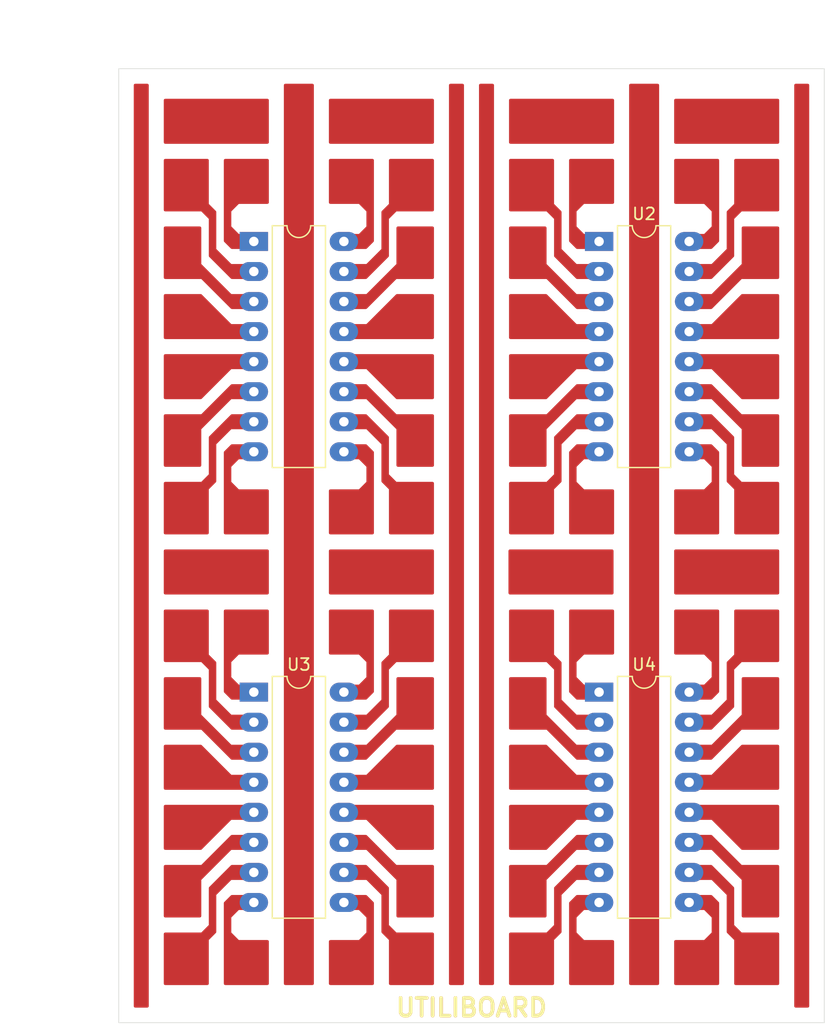
<source format=kicad_pcb>
(kicad_pcb (version 20171130) (host pcbnew "(5.1.10)-1")

  (general
    (thickness 1.6)
    (drawings 86)
    (tracks 0)
    (zones 0)
    (modules 4)
    (nets 65)
  )

  (page A4)
  (layers
    (0 F.Cu signal)
    (31 B.Cu signal)
    (32 B.Adhes user)
    (33 F.Adhes user)
    (34 B.Paste user)
    (35 F.Paste user)
    (36 B.SilkS user)
    (37 F.SilkS user)
    (38 B.Mask user)
    (39 F.Mask user)
    (40 Dwgs.User user)
    (41 Cmts.User user)
    (42 Eco1.User user)
    (43 Eco2.User user)
    (44 Edge.Cuts user)
    (45 Margin user)
    (46 B.CrtYd user)
    (47 F.CrtYd user)
    (48 B.Fab user)
    (49 F.Fab user)
  )

  (setup
    (last_trace_width 0.25)
    (trace_clearance 0.2)
    (zone_clearance 0.508)
    (zone_45_only no)
    (trace_min 0.2)
    (via_size 0.8)
    (via_drill 0.4)
    (via_min_size 0.4)
    (via_min_drill 0.3)
    (uvia_size 0.3)
    (uvia_drill 0.1)
    (uvias_allowed no)
    (uvia_min_size 0.2)
    (uvia_min_drill 0.1)
    (edge_width 0.05)
    (segment_width 0.2)
    (pcb_text_width 0.3)
    (pcb_text_size 1.5 1.5)
    (mod_edge_width 0.12)
    (mod_text_size 1 1)
    (mod_text_width 0.15)
    (pad_size 2.4 1.6)
    (pad_drill 0.8)
    (pad_to_mask_clearance 0)
    (aux_axis_origin 0 0)
    (visible_elements 7FFFFFFF)
    (pcbplotparams
      (layerselection 0x010fc_ffffffff)
      (usegerberextensions false)
      (usegerberattributes true)
      (usegerberadvancedattributes true)
      (creategerberjobfile true)
      (excludeedgelayer true)
      (linewidth 0.100000)
      (plotframeref false)
      (viasonmask false)
      (mode 1)
      (useauxorigin false)
      (hpglpennumber 1)
      (hpglpenspeed 20)
      (hpglpendiameter 15.000000)
      (psnegative false)
      (psa4output false)
      (plotreference true)
      (plotvalue true)
      (plotinvisibletext false)
      (padsonsilk false)
      (subtractmaskfromsilk false)
      (outputformat 1)
      (mirror false)
      (drillshape 1)
      (scaleselection 1)
      (outputdirectory ""))
  )

  (net 0 "")
  (net 1 PIN16)
  (net 2 PIN8)
  (net 3 PIN15)
  (net 4 PIN7)
  (net 5 PIN14)
  (net 6 PIN6)
  (net 7 PIN13)
  (net 8 PIN5)
  (net 9 PIN12)
  (net 10 PIN4)
  (net 11 PIN11)
  (net 12 PIN3)
  (net 13 PIN10)
  (net 14 PIN2)
  (net 15 PIN9)
  (net 16 PIN1)
  (net 17 U1_PIN16)
  (net 18 U1_PIN8)
  (net 19 U1_PIN15)
  (net 20 U1_PIN7)
  (net 21 U1_PIN14)
  (net 22 U1_PIN6)
  (net 23 U1_PIN13)
  (net 24 U1_PIN5)
  (net 25 U1_PIN12)
  (net 26 U1_PIN4)
  (net 27 U1_PIN11)
  (net 28 U1_PIN3)
  (net 29 U1_PIN10)
  (net 30 U1_PIN2)
  (net 31 U1_PIN9)
  (net 32 U1_PIN1)
  (net 33 U2_PIN16)
  (net 34 U2_PIN8)
  (net 35 U2_PIN15)
  (net 36 U2_PIN7)
  (net 37 U2_PIN14)
  (net 38 U2_PIN6)
  (net 39 U2_PIN13)
  (net 40 U2_PIN5)
  (net 41 U2_PIN12)
  (net 42 U2_PIN4)
  (net 43 U2_PIN11)
  (net 44 U2_PIN3)
  (net 45 U2_PIN10)
  (net 46 U2_PIN2)
  (net 47 U2_PIN9)
  (net 48 U2_PIN1)
  (net 49 U3_PIN16)
  (net 50 U3_PIN8)
  (net 51 U3_PIN15)
  (net 52 U3_PIN7)
  (net 53 U3_PIN14)
  (net 54 U3_PIN6)
  (net 55 U3_PIN13)
  (net 56 U3_PIN5)
  (net 57 U3_PIN12)
  (net 58 U3_PIN4)
  (net 59 U3_PIN11)
  (net 60 U3_PIN3)
  (net 61 U3_PIN10)
  (net 62 U3_PIN2)
  (net 63 U3_PIN9)
  (net 64 U3_PIN1)

  (net_class Default "This is the default net class."
    (clearance 0.2)
    (trace_width 0.25)
    (via_dia 0.8)
    (via_drill 0.4)
    (uvia_dia 0.3)
    (uvia_drill 0.1)
    (add_net PIN1)
    (add_net PIN10)
    (add_net PIN11)
    (add_net PIN12)
    (add_net PIN13)
    (add_net PIN14)
    (add_net PIN15)
    (add_net PIN16)
    (add_net PIN2)
    (add_net PIN3)
    (add_net PIN4)
    (add_net PIN5)
    (add_net PIN6)
    (add_net PIN7)
    (add_net PIN8)
    (add_net PIN9)
    (add_net U1_PIN1)
    (add_net U1_PIN10)
    (add_net U1_PIN11)
    (add_net U1_PIN12)
    (add_net U1_PIN13)
    (add_net U1_PIN14)
    (add_net U1_PIN15)
    (add_net U1_PIN16)
    (add_net U1_PIN2)
    (add_net U1_PIN3)
    (add_net U1_PIN4)
    (add_net U1_PIN5)
    (add_net U1_PIN6)
    (add_net U1_PIN7)
    (add_net U1_PIN8)
    (add_net U1_PIN9)
    (add_net U2_PIN1)
    (add_net U2_PIN10)
    (add_net U2_PIN11)
    (add_net U2_PIN12)
    (add_net U2_PIN13)
    (add_net U2_PIN14)
    (add_net U2_PIN15)
    (add_net U2_PIN16)
    (add_net U2_PIN2)
    (add_net U2_PIN3)
    (add_net U2_PIN4)
    (add_net U2_PIN5)
    (add_net U2_PIN6)
    (add_net U2_PIN7)
    (add_net U2_PIN8)
    (add_net U2_PIN9)
    (add_net U3_PIN1)
    (add_net U3_PIN10)
    (add_net U3_PIN11)
    (add_net U3_PIN12)
    (add_net U3_PIN13)
    (add_net U3_PIN14)
    (add_net U3_PIN15)
    (add_net U3_PIN16)
    (add_net U3_PIN2)
    (add_net U3_PIN3)
    (add_net U3_PIN4)
    (add_net U3_PIN5)
    (add_net U3_PIN6)
    (add_net U3_PIN7)
    (add_net U3_PIN8)
    (add_net U3_PIN9)
  )

  (module Package_DIP:DIP-16_W7.62mm_LongPads (layer F.Cu) (tedit 5A02E8C5) (tstamp 681192FA)
    (at 182.88 114.3)
    (descr "16-lead though-hole mounted DIP package, row spacing 7.62 mm (300 mils), LongPads")
    (tags "THT DIP DIL PDIP 2.54mm 7.62mm 300mil LongPads")
    (path /68125E5F)
    (fp_text reference U4 (at 3.81 -2.33) (layer F.SilkS)
      (effects (font (size 1 1) (thickness 0.15)))
    )
    (fp_text value 4017 (at 3.81 20.11) (layer F.Fab)
      (effects (font (size 1 1) (thickness 0.15)))
    )
    (fp_arc (start 3.81 -1.33) (end 2.81 -1.33) (angle -180) (layer F.SilkS) (width 0.12))
    (fp_line (start 1.635 -1.27) (end 6.985 -1.27) (layer F.Fab) (width 0.1))
    (fp_line (start 6.985 -1.27) (end 6.985 19.05) (layer F.Fab) (width 0.1))
    (fp_line (start 6.985 19.05) (end 0.635 19.05) (layer F.Fab) (width 0.1))
    (fp_line (start 0.635 19.05) (end 0.635 -0.27) (layer F.Fab) (width 0.1))
    (fp_line (start 0.635 -0.27) (end 1.635 -1.27) (layer F.Fab) (width 0.1))
    (fp_line (start 2.81 -1.33) (end 1.56 -1.33) (layer F.SilkS) (width 0.12))
    (fp_line (start 1.56 -1.33) (end 1.56 19.11) (layer F.SilkS) (width 0.12))
    (fp_line (start 1.56 19.11) (end 6.06 19.11) (layer F.SilkS) (width 0.12))
    (fp_line (start 6.06 19.11) (end 6.06 -1.33) (layer F.SilkS) (width 0.12))
    (fp_line (start 6.06 -1.33) (end 4.81 -1.33) (layer F.SilkS) (width 0.12))
    (fp_line (start -1.45 -1.55) (end -1.45 19.3) (layer F.CrtYd) (width 0.05))
    (fp_line (start -1.45 19.3) (end 9.1 19.3) (layer F.CrtYd) (width 0.05))
    (fp_line (start 9.1 19.3) (end 9.1 -1.55) (layer F.CrtYd) (width 0.05))
    (fp_line (start 9.1 -1.55) (end -1.45 -1.55) (layer F.CrtYd) (width 0.05))
    (pad 16 thru_hole oval (at 7.62 0) (size 2.4 1.6) (drill 0.8) (layers *.Cu *.Mask)
      (net 1 PIN16))
    (pad 8 thru_hole oval (at 0 17.78) (size 2.4 1.6) (drill 0.8) (layers *.Cu *.Mask)
      (net 2 PIN8))
    (pad 15 thru_hole oval (at 7.62 2.54) (size 2.4 1.6) (drill 0.8) (layers *.Cu *.Mask)
      (net 3 PIN15))
    (pad 7 thru_hole oval (at 0 15.24) (size 2.4 1.6) (drill 0.8) (layers *.Cu *.Mask)
      (net 4 PIN7))
    (pad 14 thru_hole oval (at 7.62 5.08) (size 2.4 1.6) (drill 0.8) (layers *.Cu *.Mask)
      (net 5 PIN14))
    (pad 6 thru_hole oval (at 0 12.7) (size 2.4 1.6) (drill 0.8) (layers *.Cu *.Mask)
      (net 6 PIN6))
    (pad 13 thru_hole oval (at 7.62 7.62) (size 2.4 1.6) (drill 0.8) (layers *.Cu *.Mask)
      (net 7 PIN13))
    (pad 5 thru_hole oval (at 0 10.16) (size 2.4 1.6) (drill 0.8) (layers *.Cu *.Mask)
      (net 8 PIN5))
    (pad 12 thru_hole oval (at 7.62 10.16) (size 2.4 1.6) (drill 0.8) (layers *.Cu *.Mask)
      (net 9 PIN12))
    (pad 4 thru_hole oval (at 0 7.62) (size 2.4 1.6) (drill 0.8) (layers *.Cu *.Mask)
      (net 10 PIN4))
    (pad 11 thru_hole oval (at 7.62 12.7) (size 2.4 1.6) (drill 0.8) (layers *.Cu *.Mask)
      (net 11 PIN11))
    (pad 3 thru_hole oval (at 0 5.08) (size 2.4 1.6) (drill 0.8) (layers *.Cu *.Mask)
      (net 12 PIN3))
    (pad 10 thru_hole oval (at 7.62 15.24) (size 2.4 1.6) (drill 0.8) (layers *.Cu *.Mask)
      (net 13 PIN10))
    (pad 2 thru_hole oval (at 0 2.54) (size 2.4 1.6) (drill 0.8) (layers *.Cu *.Mask)
      (net 14 PIN2))
    (pad 9 thru_hole oval (at 7.62 17.78) (size 2.4 1.6) (drill 0.8) (layers *.Cu *.Mask)
      (net 15 PIN9))
    (pad 1 thru_hole rect (at 0 0) (size 2.4 1.6) (drill 0.8) (layers *.Cu *.Mask)
      (net 16 PIN1))
    (model ${KISYS3DMOD}/Package_DIP.3dshapes/DIP-16_W7.62mm.wrl
      (at (xyz 0 0 0))
      (scale (xyz 1 1 1))
      (rotate (xyz 0 0 0))
    )
  )

  (module Package_DIP:DIP-16_W7.62mm_LongPads (layer F.Cu) (tedit 5A02E8C5) (tstamp 681192D6)
    (at 153.67 114.3)
    (descr "16-lead though-hole mounted DIP package, row spacing 7.62 mm (300 mils), LongPads")
    (tags "THT DIP DIL PDIP 2.54mm 7.62mm 300mil LongPads")
    (path /68124BE4)
    (fp_text reference U3 (at 3.81 -2.33) (layer F.SilkS)
      (effects (font (size 1 1) (thickness 0.15)))
    )
    (fp_text value 4017 (at 3.81 20.11) (layer F.Fab)
      (effects (font (size 1 1) (thickness 0.15)))
    )
    (fp_arc (start 3.81 -1.33) (end 2.81 -1.33) (angle -180) (layer F.SilkS) (width 0.12))
    (fp_line (start 1.635 -1.27) (end 6.985 -1.27) (layer F.Fab) (width 0.1))
    (fp_line (start 6.985 -1.27) (end 6.985 19.05) (layer F.Fab) (width 0.1))
    (fp_line (start 6.985 19.05) (end 0.635 19.05) (layer F.Fab) (width 0.1))
    (fp_line (start 0.635 19.05) (end 0.635 -0.27) (layer F.Fab) (width 0.1))
    (fp_line (start 0.635 -0.27) (end 1.635 -1.27) (layer F.Fab) (width 0.1))
    (fp_line (start 2.81 -1.33) (end 1.56 -1.33) (layer F.SilkS) (width 0.12))
    (fp_line (start 1.56 -1.33) (end 1.56 19.11) (layer F.SilkS) (width 0.12))
    (fp_line (start 1.56 19.11) (end 6.06 19.11) (layer F.SilkS) (width 0.12))
    (fp_line (start 6.06 19.11) (end 6.06 -1.33) (layer F.SilkS) (width 0.12))
    (fp_line (start 6.06 -1.33) (end 4.81 -1.33) (layer F.SilkS) (width 0.12))
    (fp_line (start -1.45 -1.55) (end -1.45 19.3) (layer F.CrtYd) (width 0.05))
    (fp_line (start -1.45 19.3) (end 9.1 19.3) (layer F.CrtYd) (width 0.05))
    (fp_line (start 9.1 19.3) (end 9.1 -1.55) (layer F.CrtYd) (width 0.05))
    (fp_line (start 9.1 -1.55) (end -1.45 -1.55) (layer F.CrtYd) (width 0.05))
    (pad 16 thru_hole oval (at 7.62 0) (size 2.4 1.6) (drill 0.8) (layers *.Cu *.Mask)
      (net 49 U3_PIN16))
    (pad 8 thru_hole oval (at 0 17.78) (size 2.4 1.6) (drill 0.8) (layers *.Cu *.Mask)
      (net 50 U3_PIN8))
    (pad 15 thru_hole oval (at 7.62 2.54) (size 2.4 1.6) (drill 0.8) (layers *.Cu *.Mask)
      (net 51 U3_PIN15))
    (pad 7 thru_hole oval (at 0 15.24) (size 2.4 1.6) (drill 0.8) (layers *.Cu *.Mask)
      (net 52 U3_PIN7))
    (pad 14 thru_hole oval (at 7.62 5.08) (size 2.4 1.6) (drill 0.8) (layers *.Cu *.Mask)
      (net 53 U3_PIN14))
    (pad 6 thru_hole oval (at 0 12.7) (size 2.4 1.6) (drill 0.8) (layers *.Cu *.Mask)
      (net 54 U3_PIN6))
    (pad 13 thru_hole oval (at 7.62 7.62) (size 2.4 1.6) (drill 0.8) (layers *.Cu *.Mask)
      (net 55 U3_PIN13))
    (pad 5 thru_hole oval (at 0 10.16) (size 2.4 1.6) (drill 0.8) (layers *.Cu *.Mask)
      (net 56 U3_PIN5))
    (pad 12 thru_hole oval (at 7.62 10.16) (size 2.4 1.6) (drill 0.8) (layers *.Cu *.Mask)
      (net 57 U3_PIN12))
    (pad 4 thru_hole oval (at 0 7.62) (size 2.4 1.6) (drill 0.8) (layers *.Cu *.Mask)
      (net 58 U3_PIN4))
    (pad 11 thru_hole oval (at 7.62 12.7) (size 2.4 1.6) (drill 0.8) (layers *.Cu *.Mask)
      (net 59 U3_PIN11))
    (pad 3 thru_hole oval (at 0 5.08) (size 2.4 1.6) (drill 0.8) (layers *.Cu *.Mask)
      (net 60 U3_PIN3))
    (pad 10 thru_hole oval (at 7.62 15.24) (size 2.4 1.6) (drill 0.8) (layers *.Cu *.Mask)
      (net 61 U3_PIN10))
    (pad 2 thru_hole oval (at 0 2.54) (size 2.4 1.6) (drill 0.8) (layers *.Cu *.Mask)
      (net 62 U3_PIN2))
    (pad 9 thru_hole oval (at 7.62 17.78) (size 2.4 1.6) (drill 0.8) (layers *.Cu *.Mask)
      (net 63 U3_PIN9))
    (pad 1 thru_hole rect (at 0 0) (size 2.4 1.6) (drill 0.8) (layers *.Cu *.Mask)
      (net 64 U3_PIN1))
    (model ${KISYS3DMOD}/Package_DIP.3dshapes/DIP-16_W7.62mm.wrl
      (at (xyz 0 0 0))
      (scale (xyz 1 1 1))
      (rotate (xyz 0 0 0))
    )
  )

  (module Package_DIP:DIP-16_W7.62mm_LongPads (layer F.Cu) (tedit 5A02E8C5) (tstamp 68119436)
    (at 182.88 76.2)
    (descr "16-lead though-hole mounted DIP package, row spacing 7.62 mm (300 mils), LongPads")
    (tags "THT DIP DIL PDIP 2.54mm 7.62mm 300mil LongPads")
    (path /68123C3C)
    (fp_text reference U2 (at 3.81 -2.33) (layer F.SilkS)
      (effects (font (size 1 1) (thickness 0.15)))
    )
    (fp_text value 4017 (at 3.81 20.11) (layer F.Fab)
      (effects (font (size 1 1) (thickness 0.15)))
    )
    (fp_arc (start 3.81 -1.33) (end 2.81 -1.33) (angle -180) (layer F.SilkS) (width 0.12))
    (fp_line (start 1.635 -1.27) (end 6.985 -1.27) (layer F.Fab) (width 0.1))
    (fp_line (start 6.985 -1.27) (end 6.985 19.05) (layer F.Fab) (width 0.1))
    (fp_line (start 6.985 19.05) (end 0.635 19.05) (layer F.Fab) (width 0.1))
    (fp_line (start 0.635 19.05) (end 0.635 -0.27) (layer F.Fab) (width 0.1))
    (fp_line (start 0.635 -0.27) (end 1.635 -1.27) (layer F.Fab) (width 0.1))
    (fp_line (start 2.81 -1.33) (end 1.56 -1.33) (layer F.SilkS) (width 0.12))
    (fp_line (start 1.56 -1.33) (end 1.56 19.11) (layer F.SilkS) (width 0.12))
    (fp_line (start 1.56 19.11) (end 6.06 19.11) (layer F.SilkS) (width 0.12))
    (fp_line (start 6.06 19.11) (end 6.06 -1.33) (layer F.SilkS) (width 0.12))
    (fp_line (start 6.06 -1.33) (end 4.81 -1.33) (layer F.SilkS) (width 0.12))
    (fp_line (start -1.45 -1.55) (end -1.45 19.3) (layer F.CrtYd) (width 0.05))
    (fp_line (start -1.45 19.3) (end 9.1 19.3) (layer F.CrtYd) (width 0.05))
    (fp_line (start 9.1 19.3) (end 9.1 -1.55) (layer F.CrtYd) (width 0.05))
    (fp_line (start 9.1 -1.55) (end -1.45 -1.55) (layer F.CrtYd) (width 0.05))
    (pad 16 thru_hole oval (at 7.62 0) (size 2.4 1.6) (drill 0.8) (layers *.Cu *.Mask)
      (net 33 U2_PIN16))
    (pad 8 thru_hole oval (at 0 17.78) (size 2.4 1.6) (drill 0.8) (layers *.Cu *.Mask)
      (net 34 U2_PIN8))
    (pad 15 thru_hole oval (at 7.62 2.54) (size 2.4 1.6) (drill 0.8) (layers *.Cu *.Mask)
      (net 35 U2_PIN15))
    (pad 7 thru_hole oval (at 0 15.24) (size 2.4 1.6) (drill 0.8) (layers *.Cu *.Mask)
      (net 36 U2_PIN7))
    (pad 14 thru_hole oval (at 7.62 5.08) (size 2.4 1.6) (drill 0.8) (layers *.Cu *.Mask)
      (net 37 U2_PIN14))
    (pad 6 thru_hole oval (at 0 12.7) (size 2.4 1.6) (drill 0.8) (layers *.Cu *.Mask)
      (net 38 U2_PIN6))
    (pad 13 thru_hole oval (at 7.62 7.62) (size 2.4 1.6) (drill 0.8) (layers *.Cu *.Mask)
      (net 39 U2_PIN13))
    (pad 5 thru_hole oval (at 0 10.16) (size 2.4 1.6) (drill 0.8) (layers *.Cu *.Mask)
      (net 40 U2_PIN5))
    (pad 12 thru_hole oval (at 7.62 10.16) (size 2.4 1.6) (drill 0.8) (layers *.Cu *.Mask)
      (net 41 U2_PIN12))
    (pad 4 thru_hole oval (at 0 7.62) (size 2.4 1.6) (drill 0.8) (layers *.Cu *.Mask)
      (net 42 U2_PIN4))
    (pad 11 thru_hole oval (at 7.62 12.7) (size 2.4 1.6) (drill 0.8) (layers *.Cu *.Mask)
      (net 43 U2_PIN11))
    (pad 3 thru_hole oval (at 0 5.08) (size 2.4 1.6) (drill 0.8) (layers *.Cu *.Mask)
      (net 44 U2_PIN3))
    (pad 10 thru_hole oval (at 7.62 15.24) (size 2.4 1.6) (drill 0.8) (layers *.Cu *.Mask)
      (net 45 U2_PIN10))
    (pad 2 thru_hole oval (at 0 2.54) (size 2.4 1.6) (drill 0.8) (layers *.Cu *.Mask)
      (net 46 U2_PIN2))
    (pad 9 thru_hole oval (at 7.62 17.78) (size 2.4 1.6) (drill 0.8) (layers *.Cu *.Mask)
      (net 47 U2_PIN9))
    (pad 1 thru_hole rect (at 0 0) (size 2.4 1.6) (drill 0.8) (layers *.Cu *.Mask)
      (net 48 U2_PIN1))
    (model ${KISYS3DMOD}/Package_DIP.3dshapes/DIP-16_W7.62mm.wrl
      (at (xyz 0 0 0))
      (scale (xyz 1 1 1))
      (rotate (xyz 0 0 0))
    )
  )

  (module Package_DIP:DIP-16_W7.62mm_LongPads (layer F.Cu) (tedit 5A02E8C5) (tstamp 68117ED7)
    (at 153.67 76.2)
    (descr "16-lead though-hole mounted DIP package, row spacing 7.62 mm (300 mils), LongPads")
    (tags "THT DIP DIL PDIP 2.54mm 7.62mm 300mil LongPads")
    (path /6811C766)
    (fp_text reference U1 (at 3.81 -2.33) (layer F.Fab)
      (effects (font (size 1 1) (thickness 0.15)))
    )
    (fp_text value 4017 (at 3.81 20.11) (layer F.Fab)
      (effects (font (size 1 1) (thickness 0.15)))
    )
    (fp_line (start 1.635 -1.27) (end 6.985 -1.27) (layer F.Fab) (width 0.1))
    (fp_line (start 6.985 -1.27) (end 6.985 19.05) (layer F.Fab) (width 0.1))
    (fp_line (start 6.985 19.05) (end 0.635 19.05) (layer F.Fab) (width 0.1))
    (fp_line (start 0.635 19.05) (end 0.635 -0.27) (layer F.Fab) (width 0.1))
    (fp_line (start 0.635 -0.27) (end 1.635 -1.27) (layer F.Fab) (width 0.1))
    (fp_line (start 2.81 -1.33) (end 1.56 -1.33) (layer F.SilkS) (width 0.12))
    (fp_line (start 1.56 -1.33) (end 1.56 19.11) (layer F.SilkS) (width 0.12))
    (fp_line (start 1.56 19.11) (end 6.06 19.11) (layer F.SilkS) (width 0.12))
    (fp_line (start 6.06 19.11) (end 6.06 -1.33) (layer F.SilkS) (width 0.12))
    (fp_line (start 6.06 -1.33) (end 4.81 -1.33) (layer F.SilkS) (width 0.12))
    (fp_line (start -1.45 -1.55) (end -1.45 19.3) (layer F.CrtYd) (width 0.05))
    (fp_line (start -1.45 19.3) (end 9.1 19.3) (layer F.CrtYd) (width 0.05))
    (fp_line (start 9.1 19.3) (end 9.1 -1.55) (layer F.CrtYd) (width 0.05))
    (fp_line (start 9.1 -1.55) (end -1.45 -1.55) (layer F.CrtYd) (width 0.05))
    (fp_arc (start 3.81 -1.33) (end 2.81 -1.33) (angle -180) (layer F.SilkS) (width 0.12))
    (pad 16 thru_hole oval (at 7.62 0) (size 2.4 1.6) (drill 0.8) (layers *.Cu *.Mask)
      (net 17 U1_PIN16))
    (pad 8 thru_hole oval (at 0 17.78) (size 2.4 1.6) (drill 0.8) (layers *.Cu *.Mask)
      (net 18 U1_PIN8))
    (pad 15 thru_hole oval (at 7.62 2.54) (size 2.4 1.6) (drill 0.8) (layers *.Cu *.Mask)
      (net 19 U1_PIN15))
    (pad 7 thru_hole oval (at 0 15.24) (size 2.4 1.6) (drill 0.8) (layers *.Cu *.Mask)
      (net 20 U1_PIN7))
    (pad 14 thru_hole oval (at 7.62 5.08) (size 2.4 1.6) (drill 0.8) (layers *.Cu *.Mask)
      (net 21 U1_PIN14))
    (pad 6 thru_hole oval (at 0 12.7) (size 2.4 1.6) (drill 0.8) (layers *.Cu *.Mask)
      (net 22 U1_PIN6))
    (pad 13 thru_hole oval (at 7.62 7.62) (size 2.4 1.6) (drill 0.8) (layers *.Cu *.Mask)
      (net 23 U1_PIN13))
    (pad 5 thru_hole oval (at 0 10.16) (size 2.4 1.6) (drill 0.8) (layers *.Cu *.Mask)
      (net 24 U1_PIN5))
    (pad 12 thru_hole oval (at 7.62 10.16) (size 2.4 1.6) (drill 0.8) (layers *.Cu *.Mask)
      (net 25 U1_PIN12))
    (pad 4 thru_hole oval (at 0 7.62) (size 2.4 1.6) (drill 0.8) (layers *.Cu *.Mask)
      (net 26 U1_PIN4))
    (pad 11 thru_hole oval (at 7.62 12.7) (size 2.4 1.6) (drill 0.8) (layers *.Cu *.Mask)
      (net 27 U1_PIN11))
    (pad 3 thru_hole oval (at 0 5.08) (size 2.4 1.6) (drill 0.8) (layers *.Cu *.Mask)
      (net 28 U1_PIN3))
    (pad 10 thru_hole oval (at 7.62 15.24) (size 2.4 1.6) (drill 0.8) (layers *.Cu *.Mask)
      (net 29 U1_PIN10))
    (pad 2 thru_hole oval (at 0 2.54) (size 2.4 1.6) (drill 0.8) (layers *.Cu *.Mask)
      (net 30 U1_PIN2))
    (pad 9 thru_hole oval (at 7.62 17.78) (size 2.4 1.6) (drill 0.8) (layers *.Cu *.Mask)
      (net 31 U1_PIN9))
    (pad 1 thru_hole rect (at 0 0) (size 2.4 1.6) (drill 0.8) (layers *.Cu *.Mask)
      (net 32 U1_PIN1))
    (model ${KISYS3DMOD}/Package_DIP.3dshapes/DIP-16_W7.62mm.wrl
      (at (xyz 0 0 0))
      (scale (xyz 1 1 1))
      (rotate (xyz 0 0 0))
    )
  )

  (gr_poly (pts (xy 168.91 139.065) (xy 165.1 139.065) (xy 165.1 135.255) (xy 165.735 134.62) (xy 168.91 134.62)) (layer F.Mask) (width 0.1))
  (gr_poly (pts (xy 163.83 139.065) (xy 160.02 139.065) (xy 160.02 135.255) (xy 163.83 135.255)) (layer F.Mask) (width 0.1))
  (gr_poly (pts (xy 154.94 139.065) (xy 151.13 139.065) (xy 151.13 135.255) (xy 154.94 135.255)) (layer F.Mask) (width 0.1))
  (gr_poly (pts (xy 149.86 135.255) (xy 149.86 139.065) (xy 146.05 139.065) (xy 146.05 134.62) (xy 149.225 134.62)) (layer F.Mask) (width 0.1))
  (gr_poly (pts (xy 149.225 133.35) (xy 146.05 133.35) (xy 146.05 128.905) (xy 149.225 128.905)) (layer F.Mask) (width 0.1))
  (gr_poly (pts (xy 168.91 133.35) (xy 165.735 133.35) (xy 165.735 128.905) (xy 168.91 128.905)) (layer F.Mask) (width 0.1))
  (gr_poly (pts (xy 168.91 127.635) (xy 165.735 127.635) (xy 165.735 123.825) (xy 168.91 123.825)) (layer F.Mask) (width 0.1))
  (gr_poly (pts (xy 168.91 122.555) (xy 165.735 122.555) (xy 165.735 118.745) (xy 168.91 118.745)) (layer F.Mask) (width 0.1))
  (gr_poly (pts (xy 168.91 117.475) (xy 165.735 117.475) (xy 165.735 113.03) (xy 168.91 113.03)) (layer F.Mask) (width 0.1))
  (gr_poly (pts (xy 149.225 127.635) (xy 146.05 127.635) (xy 146.05 123.825) (xy 149.225 123.825)) (layer F.Mask) (width 0.1))
  (gr_poly (pts (xy 149.225 122.555) (xy 146.05 122.555) (xy 146.05 118.745) (xy 149.225 118.745)) (layer F.Mask) (width 0.1))
  (gr_poly (pts (xy 149.225 117.475) (xy 146.05 117.475) (xy 146.05 113.03) (xy 149.225 113.03)) (layer F.Mask) (width 0.1))
  (gr_poly (pts (xy 154.94 111.125) (xy 151.13 111.125) (xy 151.13 107.315) (xy 154.94 107.315)) (layer F.Mask) (width 0.1))
  (gr_poly (pts (xy 149.86 111.125) (xy 149.225 111.76) (xy 146.05 111.76) (xy 146.05 107.315) (xy 149.86 107.315)) (layer F.Mask) (width 0.1))
  (gr_poly (pts (xy 163.83 111.125) (xy 160.02 111.125) (xy 160.02 107.315) (xy 163.83 107.315)) (layer F.Mask) (width 0.1))
  (gr_poly (pts (xy 168.91 111.76) (xy 165.735 111.76) (xy 165.1 111.125) (xy 165.1 107.315) (xy 168.91 107.315)) (layer F.Mask) (width 0.1))
  (gr_poly (pts (xy 168.91 106.045) (xy 160.02 106.045) (xy 160.02 102.235) (xy 168.91 102.235)) (layer F.Mask) (width 0.1))
  (gr_poly (pts (xy 154.94 106.045) (xy 146.05 106.045) (xy 146.05 102.235) (xy 154.94 102.235)) (layer F.Mask) (width 0.1))
  (gr_poly (pts (xy 168.91 100.965) (xy 165.1 100.965) (xy 165.1 97.155) (xy 165.735 96.52) (xy 168.91 96.52)) (layer F.Mask) (width 0.1))
  (gr_poly (pts (xy 163.83 100.965) (xy 160.02 100.965) (xy 160.02 97.155) (xy 163.83 97.155)) (layer F.Mask) (width 0.1))
  (gr_poly (pts (xy 154.94 100.965) (xy 151.13 100.965) (xy 151.13 97.155) (xy 154.94 97.155)) (layer F.Mask) (width 0.1))
  (gr_poly (pts (xy 149.86 97.155) (xy 149.86 100.965) (xy 146.05 100.965) (xy 146.05 96.52) (xy 149.225 96.52)) (layer F.Mask) (width 0.1))
  (gr_poly (pts (xy 149.225 95.25) (xy 146.05 95.25) (xy 146.05 90.805) (xy 149.225 90.805)) (layer F.Mask) (width 0.1))
  (gr_poly (pts (xy 168.91 95.25) (xy 165.735 95.25) (xy 165.735 90.805) (xy 168.91 90.805)) (layer F.Mask) (width 0.1))
  (gr_poly (pts (xy 149.225 89.535) (xy 146.05 89.535) (xy 146.05 85.725) (xy 149.225 85.725)) (layer F.Mask) (width 0.1))
  (gr_poly (pts (xy 168.91 89.535) (xy 165.735 89.535) (xy 165.735 85.725) (xy 168.91 85.725)) (layer F.Mask) (width 0.1))
  (gr_poly (pts (xy 149.225 84.455) (xy 146.05 84.455) (xy 146.05 80.645) (xy 149.225 80.645)) (layer F.Mask) (width 0.1))
  (gr_poly (pts (xy 168.91 84.455) (xy 165.735 84.455) (xy 165.735 80.645) (xy 168.91 80.645)) (layer F.Mask) (width 0.1))
  (gr_poly (pts (xy 149.225 79.375) (xy 146.05 79.375) (xy 146.05 74.93) (xy 149.225 74.93)) (layer F.Mask) (width 0.1))
  (gr_poly (pts (xy 168.91 79.375) (xy 165.735 79.375) (xy 165.735 74.93) (xy 168.91 74.93)) (layer F.Mask) (width 0.1))
  (gr_poly (pts (xy 168.91 73.66) (xy 165.735 73.66) (xy 165.1 73.025) (xy 165.1 69.215) (xy 168.91 69.215)) (layer F.Mask) (width 0.1))
  (gr_poly (pts (xy 163.83 73.025) (xy 160.02 73.025) (xy 160.02 69.215) (xy 163.83 69.215)) (layer F.Mask) (width 0.1))
  (gr_poly (pts (xy 154.94 73.025) (xy 151.13 73.025) (xy 151.13 69.215) (xy 154.94 69.215)) (layer F.Mask) (width 0.1))
  (gr_poly (pts (xy 149.86 73.025) (xy 149.225 73.66) (xy 146.05 73.66) (xy 146.05 69.215) (xy 149.86 69.215)) (layer F.Mask) (width 0.1))
  (gr_poly (pts (xy 168.91 67.945) (xy 160.02 67.945) (xy 160.02 64.135) (xy 168.91 64.135)) (layer F.Mask) (width 0.1))
  (gr_poly (pts (xy 154.94 67.945) (xy 146.05 67.945) (xy 146.05 64.135) (xy 154.94 64.135)) (layer F.Mask) (width 0.1))
  (gr_poly (pts (xy 144.78 140.97) (xy 143.51 140.97) (xy 143.51 62.865) (xy 144.78 62.865)) (layer F.Mask) (width 0.1))
  (gr_poly (pts (xy 158.75 139.065) (xy 156.21 139.065) (xy 156.21 62.865) (xy 158.75 62.865)) (layer F.Mask) (width 0.1))
  (gr_poly (pts (xy 171.45 139.065) (xy 170.18 139.065) (xy 170.18 62.865) (xy 171.45 62.865)) (layer F.Mask) (width 0.1))
  (gr_poly (pts (xy 173.99 139.065) (xy 172.72 139.065) (xy 172.72 62.865) (xy 173.99 62.865)) (layer F.Mask) (width 0.1))
  (gr_poly (pts (xy 198.12 139.065) (xy 194.31 139.065) (xy 194.31 135.255) (xy 194.945 134.62) (xy 198.12 134.62)) (layer F.Mask) (width 0.1))
  (gr_poly (pts (xy 193.04 139.065) (xy 189.23 139.065) (xy 189.23 135.255) (xy 193.04 135.255)) (layer F.Mask) (width 0.1))
  (gr_poly (pts (xy 184.15 139.065) (xy 180.34 139.065) (xy 180.34 135.255) (xy 184.15 135.255)) (layer F.Mask) (width 0.1))
  (gr_poly (pts (xy 179.07 135.255) (xy 179.07 139.065) (xy 175.26 139.065) (xy 175.26 134.62) (xy 178.435 134.62)) (layer F.Mask) (width 0.1))
  (gr_poly (pts (xy 178.435 133.35) (xy 175.26 133.35) (xy 175.26 128.905) (xy 178.435 128.905)) (layer F.Mask) (width 0.1))
  (gr_poly (pts (xy 178.435 127.635) (xy 175.26 127.635) (xy 175.26 123.825) (xy 178.435 123.825)) (layer F.Mask) (width 0.1))
  (gr_poly (pts (xy 198.12 133.35) (xy 194.945 133.35) (xy 194.945 128.905) (xy 198.12 128.905)) (layer F.Mask) (width 0.1))
  (gr_poly (pts (xy 198.12 127.635) (xy 194.945 127.635) (xy 194.945 123.825) (xy 198.12 123.825)) (layer F.Mask) (width 0.1))
  (gr_poly (pts (xy 198.12 122.555) (xy 194.945 122.555) (xy 194.945 118.745) (xy 198.12 118.745)) (layer F.Mask) (width 0.1))
  (gr_poly (pts (xy 178.435 122.555) (xy 175.26 122.555) (xy 175.26 118.745) (xy 178.435 118.745)) (layer F.Mask) (width 0.1))
  (gr_poly (pts (xy 178.435 117.475) (xy 175.26 117.475) (xy 175.26 113.03) (xy 178.435 113.03)) (layer F.Mask) (width 0.1))
  (gr_poly (pts (xy 198.12 117.475) (xy 194.945 117.475) (xy 194.945 113.03) (xy 198.12 113.03)) (layer F.Mask) (width 0.1))
  (gr_poly (pts (xy 198.12 111.76) (xy 194.945 111.76) (xy 194.31 110.49) (xy 194.31 107.315) (xy 198.12 107.315)) (layer F.Mask) (width 0.1))
  (gr_poly (pts (xy 193.04 111.125) (xy 191.77 111.125) (xy 189.23 111.125) (xy 189.23 107.315) (xy 193.04 107.315)) (layer F.Mask) (width 0.1))
  (gr_poly (pts (xy 184.15 111.125) (xy 180.34 111.125) (xy 180.34 107.315) (xy 184.15 107.315)) (layer F.Mask) (width 0.1))
  (gr_poly (pts (xy 179.07 111.125) (xy 178.435 111.76) (xy 175.26 111.76) (xy 175.26 107.315) (xy 179.07 107.315)) (layer F.Mask) (width 0.1))
  (gr_poly (pts (xy 184.15 106.045) (xy 175.26 106.045) (xy 175.26 102.235) (xy 184.15 102.235)) (layer F.Mask) (width 0.1))
  (gr_poly (pts (xy 198.12 106.045) (xy 189.23 106.045) (xy 189.23 102.235) (xy 198.12 102.235)) (layer F.Mask) (width 0.1))
  (gr_poly (pts (xy 187.96 139.065) (xy 185.42 139.065) (xy 185.42 62.865) (xy 187.96 62.865)) (layer F.Mask) (width 0.1))
  (gr_poly (pts (xy 184.15 67.945) (xy 175.26 67.945) (xy 175.26 64.135) (xy 184.15 64.135)) (layer F.Mask) (width 0.1))
  (gr_poly (pts (xy 184.15 73.025) (xy 180.34 73.025) (xy 180.34 69.215) (xy 184.15 69.215)) (layer F.Mask) (width 0.1))
  (gr_poly (pts (xy 179.07 73.025) (xy 178.435 73.66) (xy 175.26 73.66) (xy 175.26 69.215) (xy 179.07 69.215)) (layer F.Mask) (width 0.1))
  (gr_poly (pts (xy 178.435 79.375) (xy 175.26 79.375) (xy 175.26 74.93) (xy 178.435 74.93)) (layer F.Mask) (width 0.1))
  (gr_poly (pts (xy 178.435 84.455) (xy 175.26 84.455) (xy 175.26 80.645) (xy 178.435 80.645)) (layer F.Mask) (width 0.1))
  (gr_poly (pts (xy 178.435 89.535) (xy 175.26 89.535) (xy 175.26 85.725) (xy 178.435 85.725)) (layer F.Mask) (width 0.1))
  (gr_poly (pts (xy 178.435 95.25) (xy 175.26 95.25) (xy 175.26 90.805) (xy 178.435 90.805)) (layer F.Mask) (width 0.1))
  (gr_poly (pts (xy 179.07 97.155) (xy 179.07 100.965) (xy 175.26 100.965) (xy 175.26 96.52) (xy 178.435 96.52)) (layer F.Mask) (width 0.1))
  (gr_poly (pts (xy 184.15 100.965) (xy 180.34 100.965) (xy 180.34 97.155) (xy 184.15 97.155)) (layer F.Mask) (width 0.1))
  (gr_poly (pts (xy 193.04 100.965) (xy 189.23 100.965) (xy 189.23 97.155) (xy 193.04 97.155)) (layer F.Mask) (width 0.1))
  (gr_poly (pts (xy 198.12 100.965) (xy 194.31 100.965) (xy 194.31 97.155) (xy 194.945 96.52) (xy 198.12 96.52)) (layer F.Mask) (width 0.1))
  (gr_poly (pts (xy 198.12 95.25) (xy 194.945 95.25) (xy 194.945 90.805) (xy 198.12 90.805)) (layer F.Mask) (width 0.1))
  (gr_poly (pts (xy 198.12 89.535) (xy 194.945 89.535) (xy 194.945 85.725) (xy 198.12 85.725)) (layer F.Mask) (width 0.1))
  (gr_poly (pts (xy 198.12 84.455) (xy 194.945 84.455) (xy 194.945 80.645) (xy 198.12 80.645)) (layer F.Mask) (width 0.1))
  (gr_poly (pts (xy 198.12 79.375) (xy 194.945 79.375) (xy 194.945 74.93) (xy 198.12 74.93)) (layer F.Mask) (width 0.1))
  (gr_poly (pts (xy 200.66 140.97) (xy 199.39 140.97) (xy 199.39 62.865) (xy 200.66 62.865)) (layer F.Mask) (width 0.1))
  (gr_poly (pts (xy 198.12 67.945) (xy 189.23 67.945) (xy 189.23 64.135) (xy 198.12 64.135)) (layer F.Mask) (width 0.1))
  (gr_poly (pts (xy 198.12 73.66) (xy 194.945 73.66) (xy 194.31 73.025) (xy 194.31 69.215) (xy 198.12 69.215)) (layer F.Mask) (width 0.1))
  (gr_poly (pts (xy 193.04 73.025) (xy 189.23 73.025) (xy 189.23 69.215) (xy 193.04 69.215)) (layer F.Mask) (width 0.1))
  (gr_text UTILIBOARD (at 172.085 140.97) (layer F.SilkS)
    (effects (font (size 1.5 1.5) (thickness 0.3)))
  )
  (gr_text UTILIBOARD (at 172.085 140.97) (layer F.Cu)
    (effects (font (size 1.5 1.5) (thickness 0.3)))
  )
  (dimension 80.645 (width 0.15) (layer Dwgs.User)
    (gr_text "80.645 mm" (at 135.86 101.9175 270) (layer Dwgs.User)
      (effects (font (size 1 1) (thickness 0.15)))
    )
    (feature1 (pts (xy 142.24 142.24) (xy 136.573579 142.24)))
    (feature2 (pts (xy 142.24 61.595) (xy 136.573579 61.595)))
    (crossbar (pts (xy 137.16 61.595) (xy 137.16 142.24)))
    (arrow1a (pts (xy 137.16 142.24) (xy 136.573579 141.113496)))
    (arrow1b (pts (xy 137.16 142.24) (xy 137.746421 141.113496)))
    (arrow2a (pts (xy 137.16 61.595) (xy 136.573579 62.721504)))
    (arrow2b (pts (xy 137.16 61.595) (xy 137.746421 62.721504)))
  )
  (dimension 59.69 (width 0.15) (layer Dwgs.User)
    (gr_text "59.690 mm" (at 172.085 56.485) (layer Dwgs.User)
      (effects (font (size 1 1) (thickness 0.15)))
    )
    (feature1 (pts (xy 201.93 61.595) (xy 201.93 57.198579)))
    (feature2 (pts (xy 142.24 61.595) (xy 142.24 57.198579)))
    (crossbar (pts (xy 142.24 57.785) (xy 201.93 57.785)))
    (arrow1a (pts (xy 201.93 57.785) (xy 200.803496 58.371421)))
    (arrow1b (pts (xy 201.93 57.785) (xy 200.803496 57.198579)))
    (arrow2a (pts (xy 142.24 57.785) (xy 143.366504 58.371421)))
    (arrow2b (pts (xy 142.24 57.785) (xy 143.366504 57.198579)))
  )
  (gr_line (start 142.24 142.24) (end 142.24 61.595) (layer Edge.Cuts) (width 0.05) (tstamp 68118154))
  (gr_line (start 201.93 142.24) (end 142.24 142.24) (layer Edge.Cuts) (width 0.05))
  (gr_line (start 201.93 61.595) (end 201.93 142.24) (layer Edge.Cuts) (width 0.05) (tstamp 681193FC))
  (gr_line (start 142.24 61.595) (end 201.93 61.595) (layer Edge.Cuts) (width 0.05))

  (zone (net 0) (net_name "") (layer F.Cu) (tstamp 68118C21) (hatch full 0.508)
    (connect_pads yes (clearance 0.508))
    (min_thickness 0.254)
    (fill yes (arc_segments 32) (thermal_gap 0.508) (thermal_bridge_width 0.508))
    (polygon
      (pts
        (xy 158.75 139.065) (xy 156.21 139.065) (xy 156.21 62.865) (xy 158.75 62.865)
      )
    )
    (filled_polygon
      (pts
        (xy 158.623 138.938) (xy 156.337 138.938) (xy 156.337 62.992) (xy 158.623 62.992)
      )
    )
  )
  (zone (net 17) (net_name U1_PIN16) (layer F.Cu) (tstamp 68118C1E) (hatch full 0.508)
    (connect_pads yes (clearance 0.508))
    (min_thickness 0.254)
    (fill yes (arc_segments 32) (thermal_gap 0.508) (thermal_bridge_width 0.508))
    (polygon
      (pts
        (xy 163.83 69.215) (xy 163.83 72.39) (xy 163.83 76.2) (xy 163.195 76.835) (xy 160.655 76.835)
        (xy 160.655 75.565) (xy 162.56 75.565) (xy 163.195 74.93) (xy 163.195 73.66) (xy 162.56 73.025)
        (xy 160.02 73.025) (xy 160.02 69.215)
      )
    )
    (filled_polygon
      (pts
        (xy 163.703 76.147394) (xy 163.142394 76.708) (xy 160.782 76.708) (xy 160.782 75.692) (xy 162.56 75.692)
        (xy 162.584776 75.68956) (xy 162.608601 75.682333) (xy 162.630557 75.670597) (xy 162.649803 75.654803) (xy 163.284803 75.019803)
        (xy 163.300597 75.000557) (xy 163.312333 74.978601) (xy 163.31956 74.954776) (xy 163.322 74.93) (xy 163.322 73.66)
        (xy 163.31956 73.635224) (xy 163.312333 73.611399) (xy 163.300597 73.589443) (xy 163.284803 73.570197) (xy 162.649803 72.935197)
        (xy 162.630557 72.919403) (xy 162.608601 72.907667) (xy 162.584776 72.90044) (xy 162.56 72.898) (xy 160.147 72.898)
        (xy 160.147 69.342) (xy 163.703 69.342)
      )
    )
  )
  (zone (net 19) (net_name U1_PIN15) (layer F.Cu) (tstamp 68118C1B) (hatch full 0.508)
    (connect_pads yes (clearance 0.508))
    (min_thickness 0.254)
    (fill yes (arc_segments 32) (thermal_gap 0.508) (thermal_bridge_width 0.508))
    (polygon
      (pts
        (xy 168.91 73.66) (xy 165.735 73.66) (xy 165.1 74.295) (xy 165.1 77.47) (xy 163.195 79.375)
        (xy 160.655 79.375) (xy 160.655 78.105) (xy 163.195 78.105) (xy 164.465 76.835) (xy 164.465 73.66)
        (xy 165.1 73.025) (xy 165.1 69.215) (xy 168.91 69.215)
      )
    )
    (filled_polygon
      (pts
        (xy 168.783 73.533) (xy 165.735 73.533) (xy 165.710224 73.53544) (xy 165.686399 73.542667) (xy 165.664443 73.554403)
        (xy 165.645197 73.570197) (xy 165.010197 74.205197) (xy 164.994403 74.224443) (xy 164.982667 74.246399) (xy 164.97544 74.270224)
        (xy 164.973 74.295) (xy 164.973 77.417394) (xy 163.142394 79.248) (xy 160.782 79.248) (xy 160.782 78.232)
        (xy 163.195 78.232) (xy 163.219776 78.22956) (xy 163.243601 78.222333) (xy 163.265557 78.210597) (xy 163.284803 78.194803)
        (xy 164.554803 76.924803) (xy 164.570597 76.905557) (xy 164.582333 76.883601) (xy 164.58956 76.859776) (xy 164.592 76.835)
        (xy 164.592 73.712606) (xy 165.189803 73.114803) (xy 165.205597 73.095557) (xy 165.217333 73.073601) (xy 165.22456 73.049776)
        (xy 165.227 73.025) (xy 165.227 69.342) (xy 168.783 69.342)
      )
    )
  )
  (zone (net 21) (net_name U1_PIN14) (layer F.Cu) (tstamp 68118C18) (hatch full 0.508)
    (connect_pads yes (clearance 0.508))
    (min_thickness 0.254)
    (fill yes (arc_segments 32) (thermal_gap 0.508) (thermal_bridge_width 0.508))
    (polygon
      (pts
        (xy 168.91 79.375) (xy 165.735 79.375) (xy 163.195 81.915) (xy 160.655 81.915) (xy 160.655 80.645)
        (xy 163.195 80.645) (xy 165.735 78.105) (xy 165.735 74.93) (xy 168.91 74.93)
      )
    )
    (filled_polygon
      (pts
        (xy 168.783 79.248) (xy 165.735 79.248) (xy 165.710224 79.25044) (xy 165.686399 79.257667) (xy 165.664443 79.269403)
        (xy 165.645197 79.285197) (xy 163.142394 81.788) (xy 160.782 81.788) (xy 160.782 80.772) (xy 163.195 80.772)
        (xy 163.219776 80.76956) (xy 163.243601 80.762333) (xy 163.265557 80.750597) (xy 163.284803 80.734803) (xy 165.824803 78.194803)
        (xy 165.840597 78.175557) (xy 165.852333 78.153601) (xy 165.85956 78.129776) (xy 165.862 78.105) (xy 165.862 75.057)
        (xy 168.783 75.057)
      )
    )
  )
  (zone (net 23) (net_name U1_PIN13) (layer F.Cu) (tstamp 68118C15) (hatch full 0.508)
    (connect_pads yes (clearance 0.508))
    (min_thickness 0.254)
    (fill yes (arc_segments 32) (thermal_gap 0.508) (thermal_bridge_width 0.508))
    (polygon
      (pts
        (xy 168.91 84.455) (xy 160.655 84.455) (xy 160.655 83.185) (xy 163.195 83.185) (xy 165.735 80.645)
        (xy 168.91 80.645)
      )
    )
    (filled_polygon
      (pts
        (xy 168.783 84.328) (xy 160.782 84.328) (xy 160.782 83.312) (xy 163.195 83.312) (xy 163.219776 83.30956)
        (xy 163.243601 83.302333) (xy 163.265557 83.290597) (xy 163.284803 83.274803) (xy 165.787606 80.772) (xy 168.783 80.772)
      )
    )
  )
  (zone (net 25) (net_name U1_PIN12) (layer F.Cu) (tstamp 68118C12) (hatch full 0.508)
    (connect_pads yes (clearance 0.508))
    (min_thickness 0.254)
    (fill yes (arc_segments 32) (thermal_gap 0.508) (thermal_bridge_width 0.508))
    (polygon
      (pts
        (xy 168.91 89.535) (xy 165.735 89.535) (xy 163.195 86.995) (xy 160.655 86.995) (xy 160.655 85.725)
        (xy 168.91 85.725)
      )
    )
    (filled_polygon
      (pts
        (xy 168.783 89.408) (xy 165.787606 89.408) (xy 163.284803 86.905197) (xy 163.265557 86.889403) (xy 163.243601 86.877667)
        (xy 163.219776 86.87044) (xy 163.195 86.868) (xy 160.782 86.868) (xy 160.782 85.852) (xy 168.783 85.852)
      )
    )
  )
  (zone (net 27) (net_name U1_PIN11) (layer F.Cu) (tstamp 68118C0F) (hatch full 0.508)
    (connect_pads yes (clearance 0.508))
    (min_thickness 0.254)
    (fill yes (arc_segments 32) (thermal_gap 0.508) (thermal_bridge_width 0.508))
    (polygon
      (pts
        (xy 168.91 90.805) (xy 165.735 90.805) (xy 163.195 88.265) (xy 160.655 88.265) (xy 160.655 89.535)
        (xy 163.195 89.535) (xy 165.735 92.075) (xy 165.735 95.25) (xy 168.91 95.25)
      )
    )
    (filled_polygon
      (pts
        (xy 165.645197 90.894803) (xy 165.664443 90.910597) (xy 165.686399 90.922333) (xy 165.710224 90.92956) (xy 165.735 90.932)
        (xy 168.783 90.932) (xy 168.783 95.123) (xy 165.862 95.123) (xy 165.862 92.075) (xy 165.85956 92.050224)
        (xy 165.852333 92.026399) (xy 165.840597 92.004443) (xy 165.824803 91.985197) (xy 163.284803 89.445197) (xy 163.265557 89.429403)
        (xy 163.243601 89.417667) (xy 163.219776 89.41044) (xy 163.195 89.408) (xy 160.782 89.408) (xy 160.782 88.392)
        (xy 163.142394 88.392)
      )
    )
  )
  (zone (net 29) (net_name U1_PIN10) (layer F.Cu) (tstamp 68118C0C) (hatch full 0.508)
    (connect_pads yes (clearance 0.508))
    (min_thickness 0.254)
    (fill yes (arc_segments 32) (thermal_gap 0.508) (thermal_bridge_width 0.508))
    (polygon
      (pts
        (xy 168.91 96.52) (xy 165.735 96.52) (xy 165.1 95.885) (xy 165.1 92.71) (xy 163.195 90.805)
        (xy 160.655 90.805) (xy 160.655 92.075) (xy 163.195 92.075) (xy 164.465 93.345) (xy 164.465 96.52)
        (xy 165.1 97.155) (xy 165.1 100.965) (xy 168.91 100.965)
      )
    )
    (filled_polygon
      (pts
        (xy 164.973 92.762606) (xy 164.973 95.885) (xy 164.97544 95.909776) (xy 164.982667 95.933601) (xy 164.994403 95.955557)
        (xy 165.010197 95.974803) (xy 165.645197 96.609803) (xy 165.664443 96.625597) (xy 165.686399 96.637333) (xy 165.710224 96.64456)
        (xy 165.735 96.647) (xy 168.783 96.647) (xy 168.783 100.838) (xy 165.227 100.838) (xy 165.227 97.155)
        (xy 165.22456 97.130224) (xy 165.217333 97.106399) (xy 165.205597 97.084443) (xy 165.189803 97.065197) (xy 164.592 96.467394)
        (xy 164.592 93.345) (xy 164.58956 93.320224) (xy 164.582333 93.296399) (xy 164.570597 93.274443) (xy 164.554803 93.255197)
        (xy 163.284803 91.985197) (xy 163.265557 91.969403) (xy 163.243601 91.957667) (xy 163.219776 91.95044) (xy 163.195 91.948)
        (xy 160.782 91.948) (xy 160.782 90.932) (xy 163.142394 90.932)
      )
    )
  )
  (zone (net 31) (net_name U1_PIN9) (layer F.Cu) (tstamp 68118C09) (hatch full 0.508)
    (connect_pads yes (clearance 0.508))
    (min_thickness 0.254)
    (fill yes (arc_segments 32) (thermal_gap 0.508) (thermal_bridge_width 0.508))
    (polygon
      (pts
        (xy 163.83 100.965) (xy 163.83 97.79) (xy 163.83 93.98) (xy 163.195 93.345) (xy 160.655 93.345)
        (xy 160.655 94.615) (xy 162.56 94.615) (xy 163.195 95.25) (xy 163.195 96.52) (xy 162.56 97.155)
        (xy 160.02 97.155) (xy 160.02 100.965)
      )
    )
    (filled_polygon
      (pts
        (xy 163.703 94.032606) (xy 163.703 100.838) (xy 160.147 100.838) (xy 160.147 97.282) (xy 162.56 97.282)
        (xy 162.584776 97.27956) (xy 162.608601 97.272333) (xy 162.630557 97.260597) (xy 162.649803 97.244803) (xy 163.284803 96.609803)
        (xy 163.300597 96.590557) (xy 163.312333 96.568601) (xy 163.31956 96.544776) (xy 163.322 96.52) (xy 163.322 95.25)
        (xy 163.31956 95.225224) (xy 163.312333 95.201399) (xy 163.300597 95.179443) (xy 163.284803 95.160197) (xy 162.649803 94.525197)
        (xy 162.630557 94.509403) (xy 162.608601 94.497667) (xy 162.584776 94.49044) (xy 162.56 94.488) (xy 160.782 94.488)
        (xy 160.782 93.472) (xy 163.142394 93.472)
      )
    )
  )
  (zone (net 28) (net_name U1_PIN3) (layer F.Cu) (tstamp 68118C06) (hatch full 0.508)
    (connect_pads yes (clearance 0.508))
    (min_thickness 0.254)
    (fill yes (arc_segments 32) (thermal_gap 0.508) (thermal_bridge_width 0.508))
    (polygon
      (pts
        (xy 146.05 79.375) (xy 149.225 79.375) (xy 151.765 81.915) (xy 154.305 81.915) (xy 154.305 80.645)
        (xy 151.765 80.645) (xy 149.225 78.105) (xy 149.225 74.93) (xy 146.05 74.93)
      )
    )
    (filled_polygon
      (pts
        (xy 149.098 78.105) (xy 149.10044 78.129776) (xy 149.107667 78.153601) (xy 149.119403 78.175557) (xy 149.135197 78.194803)
        (xy 151.675197 80.734803) (xy 151.694443 80.750597) (xy 151.716399 80.762333) (xy 151.740224 80.76956) (xy 151.765 80.772)
        (xy 154.178 80.772) (xy 154.178 81.788) (xy 151.817606 81.788) (xy 149.314803 79.285197) (xy 149.295557 79.269403)
        (xy 149.273601 79.257667) (xy 149.249776 79.25044) (xy 149.225 79.248) (xy 146.177 79.248) (xy 146.177 75.057)
        (xy 149.098 75.057)
      )
    )
  )
  (zone (net 26) (net_name U1_PIN4) (layer F.Cu) (tstamp 68118C03) (hatch full 0.508)
    (connect_pads yes (clearance 0.508))
    (min_thickness 0.254)
    (fill yes (arc_segments 32) (thermal_gap 0.508) (thermal_bridge_width 0.508))
    (polygon
      (pts
        (xy 146.05 84.455) (xy 154.305 84.455) (xy 154.305 83.185) (xy 151.765 83.185) (xy 149.225 80.645)
        (xy 146.05 80.645)
      )
    )
    (filled_polygon
      (pts
        (xy 151.675197 83.274803) (xy 151.694443 83.290597) (xy 151.716399 83.302333) (xy 151.740224 83.30956) (xy 151.765 83.312)
        (xy 154.178 83.312) (xy 154.178 84.328) (xy 146.177 84.328) (xy 146.177 80.772) (xy 149.172394 80.772)
      )
    )
  )
  (zone (net 24) (net_name U1_PIN5) (layer F.Cu) (tstamp 68118C00) (hatch full 0.508)
    (connect_pads yes (clearance 0.508))
    (min_thickness 0.254)
    (fill yes (arc_segments 32) (thermal_gap 0.508) (thermal_bridge_width 0.508))
    (polygon
      (pts
        (xy 146.05 89.535) (xy 149.225 89.535) (xy 151.765 86.995) (xy 154.305 86.995) (xy 154.305 85.725)
        (xy 146.05 85.725)
      )
    )
    (filled_polygon
      (pts
        (xy 154.178 86.868) (xy 151.765 86.868) (xy 151.740224 86.87044) (xy 151.716399 86.877667) (xy 151.694443 86.889403)
        (xy 151.675197 86.905197) (xy 149.172394 89.408) (xy 146.177 89.408) (xy 146.177 85.852) (xy 154.178 85.852)
      )
    )
  )
  (zone (net 20) (net_name U1_PIN7) (layer F.Cu) (tstamp 68118BFD) (hatch full 0.508)
    (connect_pads yes (clearance 0.508))
    (min_thickness 0.254)
    (fill yes (arc_segments 32) (thermal_gap 0.508) (thermal_bridge_width 0.508))
    (polygon
      (pts
        (xy 146.05 96.52) (xy 149.225 96.52) (xy 149.86 95.885) (xy 149.86 92.71) (xy 151.765 90.805)
        (xy 154.305 90.805) (xy 154.305 92.075) (xy 151.765 92.075) (xy 150.495 93.345) (xy 150.495 96.52)
        (xy 149.86 97.155) (xy 149.86 100.965) (xy 146.05 100.965)
      )
    )
    (filled_polygon
      (pts
        (xy 154.178 91.948) (xy 151.765 91.948) (xy 151.740224 91.95044) (xy 151.716399 91.957667) (xy 151.694443 91.969403)
        (xy 151.675197 91.985197) (xy 150.405197 93.255197) (xy 150.389403 93.274443) (xy 150.377667 93.296399) (xy 150.37044 93.320224)
        (xy 150.368 93.345) (xy 150.368 96.467394) (xy 149.770197 97.065197) (xy 149.754403 97.084443) (xy 149.742667 97.106399)
        (xy 149.73544 97.130224) (xy 149.733 97.155) (xy 149.733 100.838) (xy 146.177 100.838) (xy 146.177 96.647)
        (xy 149.225 96.647) (xy 149.249776 96.64456) (xy 149.273601 96.637333) (xy 149.295557 96.625597) (xy 149.314803 96.609803)
        (xy 149.949803 95.974803) (xy 149.965597 95.955557) (xy 149.977333 95.933601) (xy 149.98456 95.909776) (xy 149.987 95.885)
        (xy 149.987 92.762606) (xy 151.817606 90.932) (xy 154.178 90.932)
      )
    )
  )
  (zone (net 18) (net_name U1_PIN8) (layer F.Cu) (tstamp 68118BFA) (hatch full 0.508)
    (connect_pads yes (clearance 0.508))
    (min_thickness 0.254)
    (fill yes (arc_segments 32) (thermal_gap 0.508) (thermal_bridge_width 0.508))
    (polygon
      (pts
        (xy 151.13 100.965) (xy 151.13 97.79) (xy 151.13 93.98) (xy 151.765 93.345) (xy 154.305 93.345)
        (xy 154.305 94.615) (xy 152.4 94.615) (xy 151.765 95.25) (xy 151.765 96.52) (xy 152.4 97.155)
        (xy 154.94 97.155) (xy 154.94 100.965)
      )
    )
    (filled_polygon
      (pts
        (xy 154.178 94.488) (xy 152.4 94.488) (xy 152.375224 94.49044) (xy 152.351399 94.497667) (xy 152.329443 94.509403)
        (xy 152.310197 94.525197) (xy 151.675197 95.160197) (xy 151.659403 95.179443) (xy 151.647667 95.201399) (xy 151.64044 95.225224)
        (xy 151.638 95.25) (xy 151.638 96.52) (xy 151.64044 96.544776) (xy 151.647667 96.568601) (xy 151.659403 96.590557)
        (xy 151.675197 96.609803) (xy 152.310197 97.244803) (xy 152.329443 97.260597) (xy 152.351399 97.272333) (xy 152.375224 97.27956)
        (xy 152.4 97.282) (xy 154.813 97.282) (xy 154.813 100.838) (xy 151.257 100.838) (xy 151.257 94.032606)
        (xy 151.817606 93.472) (xy 154.178 93.472)
      )
    )
  )
  (zone (net 22) (net_name U1_PIN6) (layer F.Cu) (tstamp 68118BF7) (hatch full 0.508)
    (connect_pads yes (clearance 0.508))
    (min_thickness 0.254)
    (fill yes (arc_segments 32) (thermal_gap 0.508) (thermal_bridge_width 0.508))
    (polygon
      (pts
        (xy 146.05 90.805) (xy 149.225 90.805) (xy 151.765 88.265) (xy 154.305 88.265) (xy 154.305 89.535)
        (xy 151.765 89.535) (xy 149.225 92.075) (xy 149.225 95.25) (xy 146.05 95.25)
      )
    )
    (filled_polygon
      (pts
        (xy 154.178 89.408) (xy 151.765 89.408) (xy 151.740224 89.41044) (xy 151.716399 89.417667) (xy 151.694443 89.429403)
        (xy 151.675197 89.445197) (xy 149.135197 91.985197) (xy 149.119403 92.004443) (xy 149.107667 92.026399) (xy 149.10044 92.050224)
        (xy 149.098 92.075) (xy 149.098 95.123) (xy 146.177 95.123) (xy 146.177 90.932) (xy 149.225 90.932)
        (xy 149.249776 90.92956) (xy 149.273601 90.922333) (xy 149.295557 90.910597) (xy 149.314803 90.894803) (xy 151.817606 88.392)
        (xy 154.178 88.392)
      )
    )
  )
  (zone (net 32) (net_name U1_PIN1) (layer F.Cu) (tstamp 68118BF4) (hatch full 0.508)
    (connect_pads yes (clearance 0.508))
    (min_thickness 0.254)
    (fill yes (arc_segments 32) (thermal_gap 0.508) (thermal_bridge_width 0.508))
    (polygon
      (pts
        (xy 151.13 69.215) (xy 151.13 72.39) (xy 151.13 76.2) (xy 151.765 76.835) (xy 154.305 76.835)
        (xy 154.305 75.565) (xy 152.4 75.565) (xy 151.765 74.93) (xy 151.765 73.66) (xy 152.4 73.025)
        (xy 154.94 73.025) (xy 154.94 69.215)
      )
    )
    (filled_polygon
      (pts
        (xy 154.813 72.898) (xy 152.4 72.898) (xy 152.375224 72.90044) (xy 152.351399 72.907667) (xy 152.329443 72.919403)
        (xy 152.310197 72.935197) (xy 151.675197 73.570197) (xy 151.659403 73.589443) (xy 151.647667 73.611399) (xy 151.64044 73.635224)
        (xy 151.638 73.66) (xy 151.638 74.93) (xy 151.64044 74.954776) (xy 151.647667 74.978601) (xy 151.659403 75.000557)
        (xy 151.675197 75.019803) (xy 152.310197 75.654803) (xy 152.329443 75.670597) (xy 152.351399 75.682333) (xy 152.375224 75.68956)
        (xy 152.4 75.692) (xy 154.178 75.692) (xy 154.178 76.708) (xy 151.817606 76.708) (xy 151.257 76.147394)
        (xy 151.257 69.342) (xy 154.813 69.342)
      )
    )
  )
  (zone (net 30) (net_name U1_PIN2) (layer F.Cu) (tstamp 68118BF1) (hatch full 0.508)
    (connect_pads yes (clearance 0.508))
    (min_thickness 0.254)
    (fill yes (arc_segments 32) (thermal_gap 0.508) (thermal_bridge_width 0.508))
    (polygon
      (pts
        (xy 146.05 73.66) (xy 149.225 73.66) (xy 149.86 74.295) (xy 149.86 77.47) (xy 151.765 79.375)
        (xy 154.305 79.375) (xy 154.305 78.105) (xy 151.765 78.105) (xy 150.495 76.835) (xy 150.495 73.66)
        (xy 149.86 73.025) (xy 149.86 69.215) (xy 146.05 69.215)
      )
    )
    (filled_polygon
      (pts
        (xy 149.733 73.025) (xy 149.73544 73.049776) (xy 149.742667 73.073601) (xy 149.754403 73.095557) (xy 149.770197 73.114803)
        (xy 150.368 73.712606) (xy 150.368 76.835) (xy 150.37044 76.859776) (xy 150.377667 76.883601) (xy 150.389403 76.905557)
        (xy 150.405197 76.924803) (xy 151.675197 78.194803) (xy 151.694443 78.210597) (xy 151.716399 78.222333) (xy 151.740224 78.22956)
        (xy 151.765 78.232) (xy 154.178 78.232) (xy 154.178 79.248) (xy 151.817606 79.248) (xy 149.987 77.417394)
        (xy 149.987 74.295) (xy 149.98456 74.270224) (xy 149.977333 74.246399) (xy 149.965597 74.224443) (xy 149.949803 74.205197)
        (xy 149.314803 73.570197) (xy 149.295557 73.554403) (xy 149.273601 73.542667) (xy 149.249776 73.53544) (xy 149.225 73.533)
        (xy 146.177 73.533) (xy 146.177 69.342) (xy 149.733 69.342)
      )
    )
  )
  (zone (net 0) (net_name "") (layer F.Cu) (tstamp 68118BEE) (hatch full 0.508)
    (connect_pads yes (clearance 0.508))
    (min_thickness 0.254)
    (fill yes (arc_segments 32) (thermal_gap 0.508) (thermal_bridge_width 0.508))
    (polygon
      (pts
        (xy 187.96 139.065) (xy 185.42 139.065) (xy 185.42 62.865) (xy 187.96 62.865)
      )
    )
    (filled_polygon
      (pts
        (xy 187.833 138.938) (xy 185.547 138.938) (xy 185.547 62.992) (xy 187.833 62.992)
      )
    )
  )
  (zone (net 35) (net_name U2_PIN15) (layer F.Cu) (tstamp 68118BEB) (hatch full 0.508)
    (connect_pads yes (clearance 0.508))
    (min_thickness 0.254)
    (fill yes (arc_segments 32) (thermal_gap 0.508) (thermal_bridge_width 0.508))
    (polygon
      (pts
        (xy 198.12 73.66) (xy 194.945 73.66) (xy 194.31 74.295) (xy 194.31 77.47) (xy 192.405 79.375)
        (xy 189.865 79.375) (xy 189.865 78.105) (xy 192.405 78.105) (xy 193.675 76.835) (xy 193.675 73.66)
        (xy 194.31 73.025) (xy 194.31 69.215) (xy 198.12 69.215)
      )
    )
    (filled_polygon
      (pts
        (xy 197.993 73.533) (xy 194.945 73.533) (xy 194.920224 73.53544) (xy 194.896399 73.542667) (xy 194.874443 73.554403)
        (xy 194.855197 73.570197) (xy 194.220197 74.205197) (xy 194.204403 74.224443) (xy 194.192667 74.246399) (xy 194.18544 74.270224)
        (xy 194.183 74.295) (xy 194.183 77.417394) (xy 192.352394 79.248) (xy 189.992 79.248) (xy 189.992 78.232)
        (xy 192.405 78.232) (xy 192.429776 78.22956) (xy 192.453601 78.222333) (xy 192.475557 78.210597) (xy 192.494803 78.194803)
        (xy 193.764803 76.924803) (xy 193.780597 76.905557) (xy 193.792333 76.883601) (xy 193.79956 76.859776) (xy 193.802 76.835)
        (xy 193.802 73.712606) (xy 194.399803 73.114803) (xy 194.415597 73.095557) (xy 194.427333 73.073601) (xy 194.43456 73.049776)
        (xy 194.437 73.025) (xy 194.437 69.342) (xy 197.993 69.342)
      )
    )
  )
  (zone (net 44) (net_name U2_PIN3) (layer F.Cu) (tstamp 68118BE8) (hatch full 0.508)
    (connect_pads yes (clearance 0.508))
    (min_thickness 0.254)
    (fill yes (arc_segments 32) (thermal_gap 0.508) (thermal_bridge_width 0.508))
    (polygon
      (pts
        (xy 175.26 79.375) (xy 178.435 79.375) (xy 180.975 81.915) (xy 183.515 81.915) (xy 183.515 80.645)
        (xy 180.975 80.645) (xy 178.435 78.105) (xy 178.435 74.93) (xy 175.26 74.93)
      )
    )
    (filled_polygon
      (pts
        (xy 178.308 78.105) (xy 178.31044 78.129776) (xy 178.317667 78.153601) (xy 178.329403 78.175557) (xy 178.345197 78.194803)
        (xy 180.885197 80.734803) (xy 180.904443 80.750597) (xy 180.926399 80.762333) (xy 180.950224 80.76956) (xy 180.975 80.772)
        (xy 183.388 80.772) (xy 183.388 81.788) (xy 181.027606 81.788) (xy 178.524803 79.285197) (xy 178.505557 79.269403)
        (xy 178.483601 79.257667) (xy 178.459776 79.25044) (xy 178.435 79.248) (xy 175.387 79.248) (xy 175.387 75.057)
        (xy 178.308 75.057)
      )
    )
  )
  (zone (net 37) (net_name U2_PIN14) (layer F.Cu) (tstamp 68118BE5) (hatch full 0.508)
    (connect_pads yes (clearance 0.508))
    (min_thickness 0.254)
    (fill yes (arc_segments 32) (thermal_gap 0.508) (thermal_bridge_width 0.508))
    (polygon
      (pts
        (xy 198.12 79.375) (xy 194.945 79.375) (xy 192.405 81.915) (xy 189.865 81.915) (xy 189.865 80.645)
        (xy 192.405 80.645) (xy 194.945 78.105) (xy 194.945 74.93) (xy 198.12 74.93)
      )
    )
    (filled_polygon
      (pts
        (xy 197.993 79.248) (xy 194.945 79.248) (xy 194.920224 79.25044) (xy 194.896399 79.257667) (xy 194.874443 79.269403)
        (xy 194.855197 79.285197) (xy 192.352394 81.788) (xy 189.992 81.788) (xy 189.992 80.772) (xy 192.405 80.772)
        (xy 192.429776 80.76956) (xy 192.453601 80.762333) (xy 192.475557 80.750597) (xy 192.494803 80.734803) (xy 195.034803 78.194803)
        (xy 195.050597 78.175557) (xy 195.062333 78.153601) (xy 195.06956 78.129776) (xy 195.072 78.105) (xy 195.072 75.057)
        (xy 197.993 75.057)
      )
    )
  )
  (zone (net 43) (net_name U2_PIN11) (layer F.Cu) (tstamp 681193FF) (hatch full 0.508)
    (connect_pads yes (clearance 0.508))
    (min_thickness 0.254)
    (fill yes (arc_segments 32) (thermal_gap 0.508) (thermal_bridge_width 0.508))
    (polygon
      (pts
        (xy 198.12 90.805) (xy 194.945 90.805) (xy 192.405 88.265) (xy 189.865 88.265) (xy 189.865 89.535)
        (xy 192.405 89.535) (xy 194.945 92.075) (xy 194.945 95.25) (xy 198.12 95.25)
      )
    )
    (filled_polygon
      (pts
        (xy 194.855197 90.894803) (xy 194.874443 90.910597) (xy 194.896399 90.922333) (xy 194.920224 90.92956) (xy 194.945 90.932)
        (xy 197.993 90.932) (xy 197.993 95.123) (xy 195.072 95.123) (xy 195.072 92.075) (xy 195.06956 92.050224)
        (xy 195.062333 92.026399) (xy 195.050597 92.004443) (xy 195.034803 91.985197) (xy 192.494803 89.445197) (xy 192.475557 89.429403)
        (xy 192.453601 89.417667) (xy 192.429776 89.41044) (xy 192.405 89.408) (xy 189.992 89.408) (xy 189.992 88.392)
        (xy 192.352394 88.392)
      )
    )
  )
  (zone (net 47) (net_name U2_PIN9) (layer F.Cu) (tstamp 68119405) (hatch full 0.508)
    (connect_pads yes (clearance 0.508))
    (min_thickness 0.254)
    (fill yes (arc_segments 32) (thermal_gap 0.508) (thermal_bridge_width 0.508))
    (polygon
      (pts
        (xy 193.04 100.965) (xy 193.04 97.79) (xy 193.04 93.98) (xy 192.405 93.345) (xy 189.865 93.345)
        (xy 189.865 94.615) (xy 191.77 94.615) (xy 192.405 95.25) (xy 192.405 96.52) (xy 191.77 97.155)
        (xy 189.23 97.155) (xy 189.23 100.965)
      )
    )
    (filled_polygon
      (pts
        (xy 192.913 94.032606) (xy 192.913 100.838) (xy 189.357 100.838) (xy 189.357 97.282) (xy 191.77 97.282)
        (xy 191.794776 97.27956) (xy 191.818601 97.272333) (xy 191.840557 97.260597) (xy 191.859803 97.244803) (xy 192.494803 96.609803)
        (xy 192.510597 96.590557) (xy 192.522333 96.568601) (xy 192.52956 96.544776) (xy 192.532 96.52) (xy 192.532 95.25)
        (xy 192.52956 95.225224) (xy 192.522333 95.201399) (xy 192.510597 95.179443) (xy 192.494803 95.160197) (xy 191.859803 94.525197)
        (xy 191.840557 94.509403) (xy 191.818601 94.497667) (xy 191.794776 94.49044) (xy 191.77 94.488) (xy 189.992 94.488)
        (xy 189.992 93.472) (xy 192.352394 93.472)
      )
    )
  )
  (zone (net 41) (net_name U2_PIN12) (layer F.Cu) (tstamp 68119408) (hatch full 0.508)
    (connect_pads yes (clearance 0.508))
    (min_thickness 0.254)
    (fill yes (arc_segments 32) (thermal_gap 0.508) (thermal_bridge_width 0.508))
    (polygon
      (pts
        (xy 198.12 89.535) (xy 194.945 89.535) (xy 192.405 86.995) (xy 189.865 86.995) (xy 189.865 85.725)
        (xy 198.12 85.725)
      )
    )
    (filled_polygon
      (pts
        (xy 197.993 89.408) (xy 194.997606 89.408) (xy 192.494803 86.905197) (xy 192.475557 86.889403) (xy 192.453601 86.877667)
        (xy 192.429776 86.87044) (xy 192.405 86.868) (xy 189.992 86.868) (xy 189.992 85.852) (xy 197.993 85.852)
      )
    )
  )
  (zone (net 40) (net_name U2_PIN5) (layer F.Cu) (tstamp 68118BD9) (hatch full 0.508)
    (connect_pads yes (clearance 0.508))
    (min_thickness 0.254)
    (fill yes (arc_segments 32) (thermal_gap 0.508) (thermal_bridge_width 0.508))
    (polygon
      (pts
        (xy 175.26 89.535) (xy 178.435 89.535) (xy 180.975 86.995) (xy 183.515 86.995) (xy 183.515 85.725)
        (xy 175.26 85.725)
      )
    )
    (filled_polygon
      (pts
        (xy 183.388 86.868) (xy 180.975 86.868) (xy 180.950224 86.87044) (xy 180.926399 86.877667) (xy 180.904443 86.889403)
        (xy 180.885197 86.905197) (xy 178.382394 89.408) (xy 175.387 89.408) (xy 175.387 85.852) (xy 183.388 85.852)
      )
    )
  )
  (zone (net 36) (net_name U2_PIN7) (layer F.Cu) (tstamp 68118BD6) (hatch full 0.508)
    (connect_pads yes (clearance 0.508))
    (min_thickness 0.254)
    (fill yes (arc_segments 32) (thermal_gap 0.508) (thermal_bridge_width 0.508))
    (polygon
      (pts
        (xy 175.26 96.52) (xy 178.435 96.52) (xy 179.07 95.885) (xy 179.07 92.71) (xy 180.975 90.805)
        (xy 183.515 90.805) (xy 183.515 92.075) (xy 180.975 92.075) (xy 179.705 93.345) (xy 179.705 96.52)
        (xy 179.07 97.155) (xy 179.07 100.965) (xy 175.26 100.965)
      )
    )
    (filled_polygon
      (pts
        (xy 183.388 91.948) (xy 180.975 91.948) (xy 180.950224 91.95044) (xy 180.926399 91.957667) (xy 180.904443 91.969403)
        (xy 180.885197 91.985197) (xy 179.615197 93.255197) (xy 179.599403 93.274443) (xy 179.587667 93.296399) (xy 179.58044 93.320224)
        (xy 179.578 93.345) (xy 179.578 96.467394) (xy 178.980197 97.065197) (xy 178.964403 97.084443) (xy 178.952667 97.106399)
        (xy 178.94544 97.130224) (xy 178.943 97.155) (xy 178.943 100.838) (xy 175.387 100.838) (xy 175.387 96.647)
        (xy 178.435 96.647) (xy 178.459776 96.64456) (xy 178.483601 96.637333) (xy 178.505557 96.625597) (xy 178.524803 96.609803)
        (xy 179.159803 95.974803) (xy 179.175597 95.955557) (xy 179.187333 95.933601) (xy 179.19456 95.909776) (xy 179.197 95.885)
        (xy 179.197 92.762606) (xy 181.027606 90.932) (xy 183.388 90.932)
      )
    )
  )
  (zone (net 34) (net_name U2_PIN8) (layer F.Cu) (tstamp 68118BD3) (hatch full 0.508)
    (connect_pads yes (clearance 0.508))
    (min_thickness 0.254)
    (fill yes (arc_segments 32) (thermal_gap 0.508) (thermal_bridge_width 0.508))
    (polygon
      (pts
        (xy 180.34 100.965) (xy 180.34 97.79) (xy 180.34 93.98) (xy 180.975 93.345) (xy 183.515 93.345)
        (xy 183.515 94.615) (xy 181.61 94.615) (xy 180.975 95.25) (xy 180.975 96.52) (xy 181.61 97.155)
        (xy 184.15 97.155) (xy 184.15 100.965)
      )
    )
    (filled_polygon
      (pts
        (xy 183.388 94.488) (xy 181.61 94.488) (xy 181.585224 94.49044) (xy 181.561399 94.497667) (xy 181.539443 94.509403)
        (xy 181.520197 94.525197) (xy 180.885197 95.160197) (xy 180.869403 95.179443) (xy 180.857667 95.201399) (xy 180.85044 95.225224)
        (xy 180.848 95.25) (xy 180.848 96.52) (xy 180.85044 96.544776) (xy 180.857667 96.568601) (xy 180.869403 96.590557)
        (xy 180.885197 96.609803) (xy 181.520197 97.244803) (xy 181.539443 97.260597) (xy 181.561399 97.272333) (xy 181.585224 97.27956)
        (xy 181.61 97.282) (xy 184.023 97.282) (xy 184.023 100.838) (xy 180.467 100.838) (xy 180.467 94.032606)
        (xy 181.027606 93.472) (xy 183.388 93.472)
      )
    )
  )
  (zone (net 38) (net_name U2_PIN6) (layer F.Cu) (tstamp 68118BD0) (hatch full 0.508)
    (connect_pads yes (clearance 0.508))
    (min_thickness 0.254)
    (fill yes (arc_segments 32) (thermal_gap 0.508) (thermal_bridge_width 0.508))
    (polygon
      (pts
        (xy 175.26 90.805) (xy 178.435 90.805) (xy 180.975 88.265) (xy 183.515 88.265) (xy 183.515 89.535)
        (xy 180.975 89.535) (xy 178.435 92.075) (xy 178.435 95.25) (xy 175.26 95.25)
      )
    )
    (filled_polygon
      (pts
        (xy 183.388 89.408) (xy 180.975 89.408) (xy 180.950224 89.41044) (xy 180.926399 89.417667) (xy 180.904443 89.429403)
        (xy 180.885197 89.445197) (xy 178.345197 91.985197) (xy 178.329403 92.004443) (xy 178.317667 92.026399) (xy 178.31044 92.050224)
        (xy 178.308 92.075) (xy 178.308 95.123) (xy 175.387 95.123) (xy 175.387 90.932) (xy 178.435 90.932)
        (xy 178.459776 90.92956) (xy 178.483601 90.922333) (xy 178.505557 90.910597) (xy 178.524803 90.894803) (xy 181.027606 88.392)
        (xy 183.388 88.392)
      )
    )
  )
  (zone (net 45) (net_name U2_PIN10) (layer F.Cu) (tstamp 68119402) (hatch full 0.508)
    (connect_pads yes (clearance 0.508))
    (min_thickness 0.254)
    (fill yes (arc_segments 32) (thermal_gap 0.508) (thermal_bridge_width 0.508))
    (polygon
      (pts
        (xy 198.12 96.52) (xy 194.945 96.52) (xy 194.31 95.885) (xy 194.31 92.71) (xy 192.405 90.805)
        (xy 189.865 90.805) (xy 189.865 92.075) (xy 192.405 92.075) (xy 193.675 93.345) (xy 193.675 96.52)
        (xy 194.31 97.155) (xy 194.31 100.965) (xy 198.12 100.965)
      )
    )
    (filled_polygon
      (pts
        (xy 194.183 92.762606) (xy 194.183 95.885) (xy 194.18544 95.909776) (xy 194.192667 95.933601) (xy 194.204403 95.955557)
        (xy 194.220197 95.974803) (xy 194.855197 96.609803) (xy 194.874443 96.625597) (xy 194.896399 96.637333) (xy 194.920224 96.64456)
        (xy 194.945 96.647) (xy 197.993 96.647) (xy 197.993 100.838) (xy 194.437 100.838) (xy 194.437 97.155)
        (xy 194.43456 97.130224) (xy 194.427333 97.106399) (xy 194.415597 97.084443) (xy 194.399803 97.065197) (xy 193.802 96.467394)
        (xy 193.802 93.345) (xy 193.79956 93.320224) (xy 193.792333 93.296399) (xy 193.780597 93.274443) (xy 193.764803 93.255197)
        (xy 192.494803 91.985197) (xy 192.475557 91.969403) (xy 192.453601 91.957667) (xy 192.429776 91.95044) (xy 192.405 91.948)
        (xy 189.992 91.948) (xy 189.992 90.932) (xy 192.352394 90.932)
      )
    )
  )
  (zone (net 42) (net_name U2_PIN4) (layer F.Cu) (tstamp 68118BCA) (hatch full 0.508)
    (connect_pads yes (clearance 0.508))
    (min_thickness 0.254)
    (fill yes (arc_segments 32) (thermal_gap 0.508) (thermal_bridge_width 0.508))
    (polygon
      (pts
        (xy 175.26 84.455) (xy 183.515 84.455) (xy 183.515 83.185) (xy 180.975 83.185) (xy 178.435 80.645)
        (xy 175.26 80.645)
      )
    )
    (filled_polygon
      (pts
        (xy 180.885197 83.274803) (xy 180.904443 83.290597) (xy 180.926399 83.302333) (xy 180.950224 83.30956) (xy 180.975 83.312)
        (xy 183.388 83.312) (xy 183.388 84.328) (xy 175.387 84.328) (xy 175.387 80.772) (xy 178.382394 80.772)
      )
    )
  )
  (zone (net 39) (net_name U2_PIN13) (layer F.Cu) (tstamp 68118BC7) (hatch full 0.508)
    (connect_pads yes (clearance 0.508))
    (min_thickness 0.254)
    (fill yes (arc_segments 32) (thermal_gap 0.508) (thermal_bridge_width 0.508))
    (polygon
      (pts
        (xy 198.12 84.455) (xy 189.865 84.455) (xy 189.865 83.185) (xy 192.405 83.185) (xy 194.945 80.645)
        (xy 198.12 80.645)
      )
    )
    (filled_polygon
      (pts
        (xy 197.993 84.328) (xy 189.992 84.328) (xy 189.992 83.312) (xy 192.405 83.312) (xy 192.429776 83.30956)
        (xy 192.453601 83.302333) (xy 192.475557 83.290597) (xy 192.494803 83.274803) (xy 194.997606 80.772) (xy 197.993 80.772)
      )
    )
  )
  (zone (net 48) (net_name U2_PIN1) (layer F.Cu) (tstamp 68118BC4) (hatch full 0.508)
    (connect_pads yes (clearance 0.508))
    (min_thickness 0.254)
    (fill yes (arc_segments 32) (thermal_gap 0.508) (thermal_bridge_width 0.508))
    (polygon
      (pts
        (xy 180.34 69.215) (xy 180.34 72.39) (xy 180.34 76.2) (xy 180.975 76.835) (xy 183.515 76.835)
        (xy 183.515 75.565) (xy 181.61 75.565) (xy 180.975 74.93) (xy 180.975 73.66) (xy 181.61 73.025)
        (xy 184.15 73.025) (xy 184.15 69.215)
      )
    )
    (filled_polygon
      (pts
        (xy 184.023 72.898) (xy 181.61 72.898) (xy 181.585224 72.90044) (xy 181.561399 72.907667) (xy 181.539443 72.919403)
        (xy 181.520197 72.935197) (xy 180.885197 73.570197) (xy 180.869403 73.589443) (xy 180.857667 73.611399) (xy 180.85044 73.635224)
        (xy 180.848 73.66) (xy 180.848 74.93) (xy 180.85044 74.954776) (xy 180.857667 74.978601) (xy 180.869403 75.000557)
        (xy 180.885197 75.019803) (xy 181.520197 75.654803) (xy 181.539443 75.670597) (xy 181.561399 75.682333) (xy 181.585224 75.68956)
        (xy 181.61 75.692) (xy 183.388 75.692) (xy 183.388 76.708) (xy 181.027606 76.708) (xy 180.467 76.147394)
        (xy 180.467 69.342) (xy 184.023 69.342)
      )
    )
  )
  (zone (net 33) (net_name U2_PIN16) (layer F.Cu) (tstamp 68118BC1) (hatch full 0.508)
    (connect_pads yes (clearance 0.508))
    (min_thickness 0.254)
    (fill yes (arc_segments 32) (thermal_gap 0.508) (thermal_bridge_width 0.508))
    (polygon
      (pts
        (xy 193.04 69.215) (xy 193.04 72.39) (xy 193.04 76.2) (xy 192.405 76.835) (xy 189.865 76.835)
        (xy 189.865 75.565) (xy 191.77 75.565) (xy 192.405 74.93) (xy 192.405 73.66) (xy 191.77 73.025)
        (xy 189.23 73.025) (xy 189.23 69.215)
      )
    )
    (filled_polygon
      (pts
        (xy 192.913 76.147394) (xy 192.352394 76.708) (xy 189.992 76.708) (xy 189.992 75.692) (xy 191.77 75.692)
        (xy 191.794776 75.68956) (xy 191.818601 75.682333) (xy 191.840557 75.670597) (xy 191.859803 75.654803) (xy 192.494803 75.019803)
        (xy 192.510597 75.000557) (xy 192.522333 74.978601) (xy 192.52956 74.954776) (xy 192.532 74.93) (xy 192.532 73.66)
        (xy 192.52956 73.635224) (xy 192.522333 73.611399) (xy 192.510597 73.589443) (xy 192.494803 73.570197) (xy 191.859803 72.935197)
        (xy 191.840557 72.919403) (xy 191.818601 72.907667) (xy 191.794776 72.90044) (xy 191.77 72.898) (xy 189.357 72.898)
        (xy 189.357 69.342) (xy 192.913 69.342)
      )
    )
  )
  (zone (net 46) (net_name U2_PIN2) (layer F.Cu) (tstamp 68118BBE) (hatch full 0.508)
    (connect_pads yes (clearance 0.508))
    (min_thickness 0.254)
    (fill yes (arc_segments 32) (thermal_gap 0.508) (thermal_bridge_width 0.508))
    (polygon
      (pts
        (xy 175.26 73.66) (xy 178.435 73.66) (xy 179.07 74.295) (xy 179.07 77.47) (xy 180.975 79.375)
        (xy 183.515 79.375) (xy 183.515 78.105) (xy 180.975 78.105) (xy 179.705 76.835) (xy 179.705 73.66)
        (xy 179.07 73.025) (xy 179.07 69.215) (xy 175.26 69.215)
      )
    )
    (filled_polygon
      (pts
        (xy 178.943 73.025) (xy 178.94544 73.049776) (xy 178.952667 73.073601) (xy 178.964403 73.095557) (xy 178.980197 73.114803)
        (xy 179.578 73.712606) (xy 179.578 76.835) (xy 179.58044 76.859776) (xy 179.587667 76.883601) (xy 179.599403 76.905557)
        (xy 179.615197 76.924803) (xy 180.885197 78.194803) (xy 180.904443 78.210597) (xy 180.926399 78.222333) (xy 180.950224 78.22956)
        (xy 180.975 78.232) (xy 183.388 78.232) (xy 183.388 79.248) (xy 181.027606 79.248) (xy 179.197 77.417394)
        (xy 179.197 74.295) (xy 179.19456 74.270224) (xy 179.187333 74.246399) (xy 179.175597 74.224443) (xy 179.159803 74.205197)
        (xy 178.524803 73.570197) (xy 178.505557 73.554403) (xy 178.483601 73.542667) (xy 178.459776 73.53544) (xy 178.435 73.533)
        (xy 175.387 73.533) (xy 175.387 69.342) (xy 178.943 69.342)
      )
    )
  )
  (zone (net 0) (net_name "") (layer F.Cu) (tstamp 68118BBB) (hatch full 0.508)
    (connect_pads yes (clearance 0.508))
    (min_thickness 0.254)
    (fill yes (arc_segments 32) (thermal_gap 0.508) (thermal_bridge_width 0.508))
    (polygon
      (pts
        (xy 173.99 139.065) (xy 172.72 139.065) (xy 172.72 62.865) (xy 173.99 62.865)
      )
    )
    (filled_polygon
      (pts
        (xy 173.863 138.938) (xy 172.847 138.938) (xy 172.847 62.992) (xy 173.863 62.992)
      )
    )
  )
  (zone (net 0) (net_name "") (layer F.Cu) (tstamp 68118BB8) (hatch full 0.508)
    (connect_pads yes (clearance 0.508))
    (min_thickness 0.254)
    (fill yes (arc_segments 32) (thermal_gap 0.508) (thermal_bridge_width 0.508))
    (polygon
      (pts
        (xy 171.45 139.065) (xy 170.18 139.065) (xy 170.18 62.865) (xy 171.45 62.865)
      )
    )
    (filled_polygon
      (pts
        (xy 171.323 138.938) (xy 170.307 138.938) (xy 170.307 62.992) (xy 171.323 62.992)
      )
    )
  )
  (zone (net 0) (net_name "") (layer F.Cu) (tstamp 68118BB5) (hatch full 0.508)
    (connect_pads yes (clearance 0.508))
    (min_thickness 0.254)
    (fill yes (arc_segments 32) (thermal_gap 0.508) (thermal_bridge_width 0.508))
    (polygon
      (pts
        (xy 144.78 140.97) (xy 143.51 140.97) (xy 143.51 62.865) (xy 144.78 62.865)
      )
    )
    (filled_polygon
      (pts
        (xy 144.653 140.843) (xy 143.637 140.843) (xy 143.637 62.992) (xy 144.653 62.992)
      )
    )
  )
  (zone (net 0) (net_name "") (layer F.Cu) (tstamp 6811940B) (hatch full 0.508)
    (connect_pads yes (clearance 0.508))
    (min_thickness 0.254)
    (fill yes (arc_segments 32) (thermal_gap 0.508) (thermal_bridge_width 0.508))
    (polygon
      (pts
        (xy 200.66 140.97) (xy 199.39 140.97) (xy 199.39 62.865) (xy 200.66 62.865)
      )
    )
    (filled_polygon
      (pts
        (xy 200.533 140.843) (xy 199.517 140.843) (xy 199.517 62.992) (xy 200.533 62.992)
      )
    )
  )
  (zone (net 7) (net_name PIN13) (layer F.Cu) (tstamp 68118BAF) (hatch full 0.508)
    (connect_pads yes (clearance 0.508))
    (min_thickness 0.254)
    (fill yes (arc_segments 32) (thermal_gap 0.508) (thermal_bridge_width 0.508))
    (polygon
      (pts
        (xy 198.12 122.555) (xy 189.865 122.555) (xy 189.865 121.285) (xy 192.405 121.285) (xy 194.945 118.745)
        (xy 198.12 118.745)
      )
    )
    (filled_polygon
      (pts
        (xy 197.993 122.428) (xy 189.992 122.428) (xy 189.992 121.412) (xy 192.405 121.412) (xy 192.429776 121.40956)
        (xy 192.453601 121.402333) (xy 192.475557 121.390597) (xy 192.494803 121.374803) (xy 194.997606 118.872) (xy 197.993 118.872)
      )
    )
  )
  (zone (net 13) (net_name PIN10) (layer F.Cu) (tstamp 68118BAC) (hatch full 0.508)
    (connect_pads yes (clearance 0.508))
    (min_thickness 0.254)
    (fill yes (arc_segments 32) (thermal_gap 0.508) (thermal_bridge_width 0.508))
    (polygon
      (pts
        (xy 198.12 134.62) (xy 194.945 134.62) (xy 194.31 133.985) (xy 194.31 130.81) (xy 192.405 128.905)
        (xy 189.865 128.905) (xy 189.865 130.175) (xy 192.405 130.175) (xy 193.675 131.445) (xy 193.675 134.62)
        (xy 194.31 135.255) (xy 194.31 139.065) (xy 198.12 139.065)
      )
    )
    (filled_polygon
      (pts
        (xy 194.183 130.862606) (xy 194.183 133.985) (xy 194.18544 134.009776) (xy 194.192667 134.033601) (xy 194.204403 134.055557)
        (xy 194.220197 134.074803) (xy 194.855197 134.709803) (xy 194.874443 134.725597) (xy 194.896399 134.737333) (xy 194.920224 134.74456)
        (xy 194.945 134.747) (xy 197.993 134.747) (xy 197.993 138.938) (xy 194.437 138.938) (xy 194.437 135.255)
        (xy 194.43456 135.230224) (xy 194.427333 135.206399) (xy 194.415597 135.184443) (xy 194.399803 135.165197) (xy 193.802 134.567394)
        (xy 193.802 131.445) (xy 193.79956 131.420224) (xy 193.792333 131.396399) (xy 193.780597 131.374443) (xy 193.764803 131.355197)
        (xy 192.494803 130.085197) (xy 192.475557 130.069403) (xy 192.453601 130.057667) (xy 192.429776 130.05044) (xy 192.405 130.048)
        (xy 189.992 130.048) (xy 189.992 129.032) (xy 192.352394 129.032)
      )
    )
  )
  (zone (net 10) (net_name PIN4) (layer F.Cu) (tstamp 68118BA9) (hatch full 0.508)
    (connect_pads yes (clearance 0.508))
    (min_thickness 0.254)
    (fill yes (arc_segments 32) (thermal_gap 0.508) (thermal_bridge_width 0.508))
    (polygon
      (pts
        (xy 175.26 122.555) (xy 183.515 122.555) (xy 183.515 121.285) (xy 180.975 121.285) (xy 178.435 118.745)
        (xy 175.26 118.745)
      )
    )
    (filled_polygon
      (pts
        (xy 180.885197 121.374803) (xy 180.904443 121.390597) (xy 180.926399 121.402333) (xy 180.950224 121.40956) (xy 180.975 121.412)
        (xy 183.388 121.412) (xy 183.388 122.428) (xy 175.387 122.428) (xy 175.387 118.872) (xy 178.382394 118.872)
      )
    )
  )
  (zone (net 16) (net_name PIN1) (layer F.Cu) (tstamp 68118BA6) (hatch full 0.508)
    (connect_pads yes (clearance 0.508))
    (min_thickness 0.254)
    (fill yes (arc_segments 32) (thermal_gap 0.508) (thermal_bridge_width 0.508))
    (polygon
      (pts
        (xy 180.34 107.315) (xy 180.34 110.49) (xy 180.34 114.3) (xy 180.975 114.935) (xy 183.515 114.935)
        (xy 183.515 113.665) (xy 181.61 113.665) (xy 180.975 113.03) (xy 180.975 111.76) (xy 181.61 111.125)
        (xy 184.15 111.125) (xy 184.15 107.315)
      )
    )
    (filled_polygon
      (pts
        (xy 184.023 110.998) (xy 181.61 110.998) (xy 181.585224 111.00044) (xy 181.561399 111.007667) (xy 181.539443 111.019403)
        (xy 181.520197 111.035197) (xy 180.885197 111.670197) (xy 180.869403 111.689443) (xy 180.857667 111.711399) (xy 180.85044 111.735224)
        (xy 180.848 111.76) (xy 180.848 113.03) (xy 180.85044 113.054776) (xy 180.857667 113.078601) (xy 180.869403 113.100557)
        (xy 180.885197 113.119803) (xy 181.520197 113.754803) (xy 181.539443 113.770597) (xy 181.561399 113.782333) (xy 181.585224 113.78956)
        (xy 181.61 113.792) (xy 183.388 113.792) (xy 183.388 114.808) (xy 181.027606 114.808) (xy 180.467 114.247394)
        (xy 180.467 107.442) (xy 184.023 107.442)
      )
    )
  )
  (zone (net 14) (net_name PIN2) (layer F.Cu) (tstamp 68118B9D) (hatch full 0.508)
    (connect_pads yes (clearance 0.508))
    (min_thickness 0.254)
    (fill yes (arc_segments 32) (thermal_gap 0.508) (thermal_bridge_width 0.508))
    (polygon
      (pts
        (xy 175.26 111.76) (xy 178.435 111.76) (xy 179.07 112.395) (xy 179.07 115.57) (xy 180.975 117.475)
        (xy 183.515 117.475) (xy 183.515 116.205) (xy 180.975 116.205) (xy 179.705 114.935) (xy 179.705 111.76)
        (xy 179.07 111.125) (xy 179.07 107.315) (xy 175.26 107.315)
      )
    )
    (filled_polygon
      (pts
        (xy 178.943 111.125) (xy 178.94544 111.149776) (xy 178.952667 111.173601) (xy 178.964403 111.195557) (xy 178.980197 111.214803)
        (xy 179.578 111.812606) (xy 179.578 114.935) (xy 179.58044 114.959776) (xy 179.587667 114.983601) (xy 179.599403 115.005557)
        (xy 179.615197 115.024803) (xy 180.885197 116.294803) (xy 180.904443 116.310597) (xy 180.926399 116.322333) (xy 180.950224 116.32956)
        (xy 180.975 116.332) (xy 183.388 116.332) (xy 183.388 117.348) (xy 181.027606 117.348) (xy 179.197 115.517394)
        (xy 179.197 112.395) (xy 179.19456 112.370224) (xy 179.187333 112.346399) (xy 179.175597 112.324443) (xy 179.159803 112.305197)
        (xy 178.524803 111.670197) (xy 178.505557 111.654403) (xy 178.483601 111.642667) (xy 178.459776 111.63544) (xy 178.435 111.633)
        (xy 175.387 111.633) (xy 175.387 107.442) (xy 178.943 107.442)
      )
    )
  )
  (zone (net 6) (net_name PIN6) (layer F.Cu) (tstamp 68118B94) (hatch full 0.508)
    (connect_pads yes (clearance 0.508))
    (min_thickness 0.254)
    (fill yes (arc_segments 32) (thermal_gap 0.508) (thermal_bridge_width 0.508))
    (polygon
      (pts
        (xy 175.26 128.905) (xy 178.435 128.905) (xy 180.975 126.365) (xy 183.515 126.365) (xy 183.515 127.635)
        (xy 180.975 127.635) (xy 178.435 130.175) (xy 178.435 133.35) (xy 175.26 133.35)
      )
    )
    (filled_polygon
      (pts
        (xy 183.388 127.508) (xy 180.975 127.508) (xy 180.950224 127.51044) (xy 180.926399 127.517667) (xy 180.904443 127.529403)
        (xy 180.885197 127.545197) (xy 178.345197 130.085197) (xy 178.329403 130.104443) (xy 178.317667 130.126399) (xy 178.31044 130.150224)
        (xy 178.308 130.175) (xy 178.308 133.223) (xy 175.387 133.223) (xy 175.387 129.032) (xy 178.435 129.032)
        (xy 178.459776 129.02956) (xy 178.483601 129.022333) (xy 178.505557 129.010597) (xy 178.524803 128.994803) (xy 181.027606 126.492)
        (xy 183.388 126.492)
      )
    )
  )
  (zone (net 2) (net_name PIN8) (layer F.Cu) (tstamp 68118B91) (hatch full 0.508)
    (connect_pads yes (clearance 0.508))
    (min_thickness 0.254)
    (fill yes (arc_segments 32) (thermal_gap 0.508) (thermal_bridge_width 0.508))
    (polygon
      (pts
        (xy 180.34 139.065) (xy 180.34 135.89) (xy 180.34 132.08) (xy 180.975 131.445) (xy 183.515 131.445)
        (xy 183.515 132.715) (xy 181.61 132.715) (xy 180.975 133.35) (xy 180.975 134.62) (xy 181.61 135.255)
        (xy 184.15 135.255) (xy 184.15 139.065)
      )
    )
    (filled_polygon
      (pts
        (xy 183.388 132.588) (xy 181.61 132.588) (xy 181.585224 132.59044) (xy 181.561399 132.597667) (xy 181.539443 132.609403)
        (xy 181.520197 132.625197) (xy 180.885197 133.260197) (xy 180.869403 133.279443) (xy 180.857667 133.301399) (xy 180.85044 133.325224)
        (xy 180.848 133.35) (xy 180.848 134.62) (xy 180.85044 134.644776) (xy 180.857667 134.668601) (xy 180.869403 134.690557)
        (xy 180.885197 134.709803) (xy 181.520197 135.344803) (xy 181.539443 135.360597) (xy 181.561399 135.372333) (xy 181.585224 135.37956)
        (xy 181.61 135.382) (xy 184.023 135.382) (xy 184.023 138.938) (xy 180.467 138.938) (xy 180.467 132.132606)
        (xy 181.027606 131.572) (xy 183.388 131.572)
      )
    )
  )
  (zone (net 5) (net_name PIN14) (layer F.Cu) (tstamp 68118B8E) (hatch full 0.508)
    (connect_pads yes (clearance 0.508))
    (min_thickness 0.254)
    (fill yes (arc_segments 32) (thermal_gap 0.508) (thermal_bridge_width 0.508))
    (polygon
      (pts
        (xy 198.12 117.475) (xy 194.945 117.475) (xy 192.405 120.015) (xy 189.865 120.015) (xy 189.865 118.745)
        (xy 192.405 118.745) (xy 194.945 116.205) (xy 194.945 113.03) (xy 198.12 113.03)
      )
    )
    (filled_polygon
      (pts
        (xy 197.993 117.348) (xy 194.945 117.348) (xy 194.920224 117.35044) (xy 194.896399 117.357667) (xy 194.874443 117.369403)
        (xy 194.855197 117.385197) (xy 192.352394 119.888) (xy 189.992 119.888) (xy 189.992 118.872) (xy 192.405 118.872)
        (xy 192.429776 118.86956) (xy 192.453601 118.862333) (xy 192.475557 118.850597) (xy 192.494803 118.834803) (xy 195.034803 116.294803)
        (xy 195.050597 116.275557) (xy 195.062333 116.253601) (xy 195.06956 116.229776) (xy 195.072 116.205) (xy 195.072 113.157)
        (xy 197.993 113.157)
      )
    )
  )
  (zone (net 15) (net_name PIN9) (layer F.Cu) (tstamp 68118B8B) (hatch full 0.508)
    (connect_pads yes (clearance 0.508))
    (min_thickness 0.254)
    (fill yes (arc_segments 32) (thermal_gap 0.508) (thermal_bridge_width 0.508))
    (polygon
      (pts
        (xy 193.04 139.065) (xy 193.04 135.89) (xy 193.04 132.08) (xy 192.405 131.445) (xy 189.865 131.445)
        (xy 189.865 132.715) (xy 191.77 132.715) (xy 192.405 133.35) (xy 192.405 134.62) (xy 191.77 135.255)
        (xy 189.23 135.255) (xy 189.23 139.065)
      )
    )
    (filled_polygon
      (pts
        (xy 192.913 132.132606) (xy 192.913 138.938) (xy 189.357 138.938) (xy 189.357 135.382) (xy 191.77 135.382)
        (xy 191.794776 135.37956) (xy 191.818601 135.372333) (xy 191.840557 135.360597) (xy 191.859803 135.344803) (xy 192.494803 134.709803)
        (xy 192.510597 134.690557) (xy 192.522333 134.668601) (xy 192.52956 134.644776) (xy 192.532 134.62) (xy 192.532 133.35)
        (xy 192.52956 133.325224) (xy 192.522333 133.301399) (xy 192.510597 133.279443) (xy 192.494803 133.260197) (xy 191.859803 132.625197)
        (xy 191.840557 132.609403) (xy 191.818601 132.597667) (xy 191.794776 132.59044) (xy 191.77 132.588) (xy 189.992 132.588)
        (xy 189.992 131.572) (xy 192.352394 131.572)
      )
    )
  )
  (zone (net 3) (net_name PIN15) (layer F.Cu) (tstamp 68119480) (hatch full 0.508)
    (connect_pads yes (clearance 0.508))
    (min_thickness 0.254)
    (fill yes (arc_segments 32) (thermal_gap 0.508) (thermal_bridge_width 0.508))
    (polygon
      (pts
        (xy 198.12 111.76) (xy 194.945 111.76) (xy 194.31 112.395) (xy 194.31 115.57) (xy 192.405 117.475)
        (xy 189.865 117.475) (xy 189.865 116.205) (xy 192.405 116.205) (xy 193.675 114.935) (xy 193.675 111.76)
        (xy 194.31 111.125) (xy 194.31 107.315) (xy 198.12 107.315)
      )
    )
    (filled_polygon
      (pts
        (xy 197.993 111.633) (xy 194.945 111.633) (xy 194.920224 111.63544) (xy 194.896399 111.642667) (xy 194.874443 111.654403)
        (xy 194.855197 111.670197) (xy 194.220197 112.305197) (xy 194.204403 112.324443) (xy 194.192667 112.346399) (xy 194.18544 112.370224)
        (xy 194.183 112.395) (xy 194.183 115.517394) (xy 192.352394 117.348) (xy 189.992 117.348) (xy 189.992 116.332)
        (xy 192.405 116.332) (xy 192.429776 116.32956) (xy 192.453601 116.322333) (xy 192.475557 116.310597) (xy 192.494803 116.294803)
        (xy 193.764803 115.024803) (xy 193.780597 115.005557) (xy 193.792333 114.983601) (xy 193.79956 114.959776) (xy 193.802 114.935)
        (xy 193.802 111.812606) (xy 194.399803 111.214803) (xy 194.415597 111.195557) (xy 194.427333 111.173601) (xy 194.43456 111.149776)
        (xy 194.437 111.125) (xy 194.437 107.442) (xy 197.993 107.442)
      )
    )
  )
  (zone (net 12) (net_name PIN3) (layer F.Cu) (tstamp 68118B82) (hatch full 0.508)
    (connect_pads yes (clearance 0.508))
    (min_thickness 0.254)
    (fill yes (arc_segments 32) (thermal_gap 0.508) (thermal_bridge_width 0.508))
    (polygon
      (pts
        (xy 175.26 117.475) (xy 178.435 117.475) (xy 180.975 120.015) (xy 183.515 120.015) (xy 183.515 118.745)
        (xy 180.975 118.745) (xy 178.435 116.205) (xy 178.435 113.03) (xy 175.26 113.03)
      )
    )
    (filled_polygon
      (pts
        (xy 178.308 116.205) (xy 178.31044 116.229776) (xy 178.317667 116.253601) (xy 178.329403 116.275557) (xy 178.345197 116.294803)
        (xy 180.885197 118.834803) (xy 180.904443 118.850597) (xy 180.926399 118.862333) (xy 180.950224 118.86956) (xy 180.975 118.872)
        (xy 183.388 118.872) (xy 183.388 119.888) (xy 181.027606 119.888) (xy 178.524803 117.385197) (xy 178.505557 117.369403)
        (xy 178.483601 117.357667) (xy 178.459776 117.35044) (xy 178.435 117.348) (xy 175.387 117.348) (xy 175.387 113.157)
        (xy 178.308 113.157)
      )
    )
  )
  (zone (net 11) (net_name PIN11) (layer F.Cu) (tstamp 68118B7F) (hatch full 0.508)
    (connect_pads yes (clearance 0.508))
    (min_thickness 0.254)
    (fill yes (arc_segments 32) (thermal_gap 0.508) (thermal_bridge_width 0.508))
    (polygon
      (pts
        (xy 198.12 128.905) (xy 194.945 128.905) (xy 192.405 126.365) (xy 189.865 126.365) (xy 189.865 127.635)
        (xy 192.405 127.635) (xy 194.945 130.175) (xy 194.945 133.35) (xy 198.12 133.35)
      )
    )
    (filled_polygon
      (pts
        (xy 194.855197 128.994803) (xy 194.874443 129.010597) (xy 194.896399 129.022333) (xy 194.920224 129.02956) (xy 194.945 129.032)
        (xy 197.993 129.032) (xy 197.993 133.223) (xy 195.072 133.223) (xy 195.072 130.175) (xy 195.06956 130.150224)
        (xy 195.062333 130.126399) (xy 195.050597 130.104443) (xy 195.034803 130.085197) (xy 192.494803 127.545197) (xy 192.475557 127.529403)
        (xy 192.453601 127.517667) (xy 192.429776 127.51044) (xy 192.405 127.508) (xy 189.992 127.508) (xy 189.992 126.492)
        (xy 192.352394 126.492)
      )
    )
  )
  (zone (net 9) (net_name PIN12) (layer F.Cu) (tstamp 68118B7C) (hatch full 0.508)
    (connect_pads yes (clearance 0.508))
    (min_thickness 0.254)
    (fill yes (arc_segments 32) (thermal_gap 0.508) (thermal_bridge_width 0.508))
    (polygon
      (pts
        (xy 198.12 127.635) (xy 194.945 127.635) (xy 192.405 125.095) (xy 189.865 125.095) (xy 189.865 123.825)
        (xy 198.12 123.825)
      )
    )
    (filled_polygon
      (pts
        (xy 197.993 127.508) (xy 194.997606 127.508) (xy 192.494803 125.005197) (xy 192.475557 124.989403) (xy 192.453601 124.977667)
        (xy 192.429776 124.97044) (xy 192.405 124.968) (xy 189.992 124.968) (xy 189.992 123.952) (xy 197.993 123.952)
      )
    )
  )
  (zone (net 8) (net_name PIN5) (layer F.Cu) (tstamp 68118B79) (hatch full 0.508)
    (connect_pads yes (clearance 0.508))
    (min_thickness 0.254)
    (fill yes (arc_segments 32) (thermal_gap 0.508) (thermal_bridge_width 0.508))
    (polygon
      (pts
        (xy 175.26 127.635) (xy 178.435 127.635) (xy 180.975 125.095) (xy 183.515 125.095) (xy 183.515 123.825)
        (xy 175.26 123.825)
      )
    )
    (filled_polygon
      (pts
        (xy 183.388 124.968) (xy 180.975 124.968) (xy 180.950224 124.97044) (xy 180.926399 124.977667) (xy 180.904443 124.989403)
        (xy 180.885197 125.005197) (xy 178.382394 127.508) (xy 175.387 127.508) (xy 175.387 123.952) (xy 183.388 123.952)
      )
    )
  )
  (zone (net 4) (net_name PIN7) (layer F.Cu) (tstamp 68118B76) (hatch full 0.508)
    (connect_pads yes (clearance 0.508))
    (min_thickness 0.254)
    (fill yes (arc_segments 32) (thermal_gap 0.508) (thermal_bridge_width 0.508))
    (polygon
      (pts
        (xy 175.26 134.62) (xy 178.435 134.62) (xy 179.07 133.985) (xy 179.07 130.81) (xy 180.975 128.905)
        (xy 183.515 128.905) (xy 183.515 130.175) (xy 180.975 130.175) (xy 179.705 131.445) (xy 179.705 134.62)
        (xy 179.07 135.255) (xy 179.07 139.065) (xy 175.26 139.065)
      )
    )
    (filled_polygon
      (pts
        (xy 183.388 130.048) (xy 180.975 130.048) (xy 180.950224 130.05044) (xy 180.926399 130.057667) (xy 180.904443 130.069403)
        (xy 180.885197 130.085197) (xy 179.615197 131.355197) (xy 179.599403 131.374443) (xy 179.587667 131.396399) (xy 179.58044 131.420224)
        (xy 179.578 131.445) (xy 179.578 134.567394) (xy 178.980197 135.165197) (xy 178.964403 135.184443) (xy 178.952667 135.206399)
        (xy 178.94544 135.230224) (xy 178.943 135.255) (xy 178.943 138.938) (xy 175.387 138.938) (xy 175.387 134.747)
        (xy 178.435 134.747) (xy 178.459776 134.74456) (xy 178.483601 134.737333) (xy 178.505557 134.725597) (xy 178.524803 134.709803)
        (xy 179.159803 134.074803) (xy 179.175597 134.055557) (xy 179.187333 134.033601) (xy 179.19456 134.009776) (xy 179.197 133.985)
        (xy 179.197 130.862606) (xy 181.027606 129.032) (xy 183.388 129.032)
      )
    )
  )
  (zone (net 51) (net_name U3_PIN15) (layer F.Cu) (tstamp 68118B70) (hatch full 0.508)
    (connect_pads yes (clearance 0.508))
    (min_thickness 0.254)
    (fill yes (arc_segments 32) (thermal_gap 0.508) (thermal_bridge_width 0.508))
    (polygon
      (pts
        (xy 168.91 111.76) (xy 165.735 111.76) (xy 165.1 112.395) (xy 165.1 115.57) (xy 163.195 117.475)
        (xy 160.655 117.475) (xy 160.655 116.205) (xy 163.195 116.205) (xy 164.465 114.935) (xy 164.465 111.76)
        (xy 165.1 111.125) (xy 165.1 107.315) (xy 168.91 107.315)
      )
    )
    (filled_polygon
      (pts
        (xy 168.783 111.633) (xy 165.735 111.633) (xy 165.710224 111.63544) (xy 165.686399 111.642667) (xy 165.664443 111.654403)
        (xy 165.645197 111.670197) (xy 165.010197 112.305197) (xy 164.994403 112.324443) (xy 164.982667 112.346399) (xy 164.97544 112.370224)
        (xy 164.973 112.395) (xy 164.973 115.517394) (xy 163.142394 117.348) (xy 160.782 117.348) (xy 160.782 116.332)
        (xy 163.195 116.332) (xy 163.219776 116.32956) (xy 163.243601 116.322333) (xy 163.265557 116.310597) (xy 163.284803 116.294803)
        (xy 164.554803 115.024803) (xy 164.570597 115.005557) (xy 164.582333 114.983601) (xy 164.58956 114.959776) (xy 164.592 114.935)
        (xy 164.592 111.812606) (xy 165.189803 111.214803) (xy 165.205597 111.195557) (xy 165.217333 111.173601) (xy 165.22456 111.149776)
        (xy 165.227 111.125) (xy 165.227 107.442) (xy 168.783 107.442)
      )
    )
  )
  (zone (net 60) (net_name U3_PIN3) (layer F.Cu) (tstamp 68118B6D) (hatch full 0.508)
    (connect_pads yes (clearance 0.508))
    (min_thickness 0.254)
    (fill yes (arc_segments 32) (thermal_gap 0.508) (thermal_bridge_width 0.508))
    (polygon
      (pts
        (xy 146.05 117.475) (xy 149.225 117.475) (xy 151.765 120.015) (xy 154.305 120.015) (xy 154.305 118.745)
        (xy 151.765 118.745) (xy 149.225 116.205) (xy 149.225 113.03) (xy 146.05 113.03)
      )
    )
    (filled_polygon
      (pts
        (xy 149.098 116.205) (xy 149.10044 116.229776) (xy 149.107667 116.253601) (xy 149.119403 116.275557) (xy 149.135197 116.294803)
        (xy 151.675197 118.834803) (xy 151.694443 118.850597) (xy 151.716399 118.862333) (xy 151.740224 118.86956) (xy 151.765 118.872)
        (xy 154.178 118.872) (xy 154.178 119.888) (xy 151.817606 119.888) (xy 149.314803 117.385197) (xy 149.295557 117.369403)
        (xy 149.273601 117.357667) (xy 149.249776 117.35044) (xy 149.225 117.348) (xy 146.177 117.348) (xy 146.177 113.157)
        (xy 149.098 113.157)
      )
    )
  )
  (zone (net 53) (net_name U3_PIN14) (layer F.Cu) (tstamp 68118B6A) (hatch full 0.508)
    (connect_pads yes (clearance 0.508))
    (min_thickness 0.254)
    (fill yes (arc_segments 32) (thermal_gap 0.508) (thermal_bridge_width 0.508))
    (polygon
      (pts
        (xy 168.91 117.475) (xy 165.735 117.475) (xy 163.195 120.015) (xy 160.655 120.015) (xy 160.655 118.745)
        (xy 163.195 118.745) (xy 165.735 116.205) (xy 165.735 113.03) (xy 168.91 113.03)
      )
    )
    (filled_polygon
      (pts
        (xy 168.783 117.348) (xy 165.735 117.348) (xy 165.710224 117.35044) (xy 165.686399 117.357667) (xy 165.664443 117.369403)
        (xy 165.645197 117.385197) (xy 163.142394 119.888) (xy 160.782 119.888) (xy 160.782 118.872) (xy 163.195 118.872)
        (xy 163.219776 118.86956) (xy 163.243601 118.862333) (xy 163.265557 118.850597) (xy 163.284803 118.834803) (xy 165.824803 116.294803)
        (xy 165.840597 116.275557) (xy 165.852333 116.253601) (xy 165.85956 116.229776) (xy 165.862 116.205) (xy 165.862 113.157)
        (xy 168.783 113.157)
      )
    )
  )
  (zone (net 59) (net_name U3_PIN11) (layer F.Cu) (tstamp 68118B67) (hatch full 0.508)
    (connect_pads yes (clearance 0.508))
    (min_thickness 0.254)
    (fill yes (arc_segments 32) (thermal_gap 0.508) (thermal_bridge_width 0.508))
    (polygon
      (pts
        (xy 168.91 128.905) (xy 165.735 128.905) (xy 163.195 126.365) (xy 160.655 126.365) (xy 160.655 127.635)
        (xy 163.195 127.635) (xy 165.735 130.175) (xy 165.735 133.35) (xy 168.91 133.35)
      )
    )
    (filled_polygon
      (pts
        (xy 165.645197 128.994803) (xy 165.664443 129.010597) (xy 165.686399 129.022333) (xy 165.710224 129.02956) (xy 165.735 129.032)
        (xy 168.783 129.032) (xy 168.783 133.223) (xy 165.862 133.223) (xy 165.862 130.175) (xy 165.85956 130.150224)
        (xy 165.852333 130.126399) (xy 165.840597 130.104443) (xy 165.824803 130.085197) (xy 163.284803 127.545197) (xy 163.265557 127.529403)
        (xy 163.243601 127.517667) (xy 163.219776 127.51044) (xy 163.195 127.508) (xy 160.782 127.508) (xy 160.782 126.492)
        (xy 163.142394 126.492)
      )
    )
  )
  (zone (net 63) (net_name U3_PIN9) (layer F.Cu) (tstamp 68118B64) (hatch full 0.508)
    (connect_pads yes (clearance 0.508))
    (min_thickness 0.254)
    (fill yes (arc_segments 32) (thermal_gap 0.508) (thermal_bridge_width 0.508))
    (polygon
      (pts
        (xy 163.83 139.065) (xy 163.83 135.89) (xy 163.83 132.08) (xy 163.195 131.445) (xy 160.655 131.445)
        (xy 160.655 132.715) (xy 162.56 132.715) (xy 163.195 133.35) (xy 163.195 134.62) (xy 162.56 135.255)
        (xy 160.02 135.255) (xy 160.02 139.065)
      )
    )
    (filled_polygon
      (pts
        (xy 163.703 132.132606) (xy 163.703 138.938) (xy 160.147 138.938) (xy 160.147 135.382) (xy 162.56 135.382)
        (xy 162.584776 135.37956) (xy 162.608601 135.372333) (xy 162.630557 135.360597) (xy 162.649803 135.344803) (xy 163.284803 134.709803)
        (xy 163.300597 134.690557) (xy 163.312333 134.668601) (xy 163.31956 134.644776) (xy 163.322 134.62) (xy 163.322 133.35)
        (xy 163.31956 133.325224) (xy 163.312333 133.301399) (xy 163.300597 133.279443) (xy 163.284803 133.260197) (xy 162.649803 132.625197)
        (xy 162.630557 132.609403) (xy 162.608601 132.597667) (xy 162.584776 132.59044) (xy 162.56 132.588) (xy 160.782 132.588)
        (xy 160.782 131.572) (xy 163.142394 131.572)
      )
    )
  )
  (zone (net 57) (net_name U3_PIN12) (layer F.Cu) (tstamp 68118B61) (hatch full 0.508)
    (connect_pads yes (clearance 0.508))
    (min_thickness 0.254)
    (fill yes (arc_segments 32) (thermal_gap 0.508) (thermal_bridge_width 0.508))
    (polygon
      (pts
        (xy 168.91 127.635) (xy 165.735 127.635) (xy 163.195 125.095) (xy 160.655 125.095) (xy 160.655 123.825)
        (xy 168.91 123.825)
      )
    )
    (filled_polygon
      (pts
        (xy 168.783 127.508) (xy 165.787606 127.508) (xy 163.284803 125.005197) (xy 163.265557 124.989403) (xy 163.243601 124.977667)
        (xy 163.219776 124.97044) (xy 163.195 124.968) (xy 160.782 124.968) (xy 160.782 123.952) (xy 168.783 123.952)
      )
    )
  )
  (zone (net 56) (net_name U3_PIN5) (layer F.Cu) (tstamp 68118B5E) (hatch full 0.508)
    (connect_pads yes (clearance 0.508))
    (min_thickness 0.254)
    (fill yes (arc_segments 32) (thermal_gap 0.508) (thermal_bridge_width 0.508))
    (polygon
      (pts
        (xy 146.05 127.635) (xy 149.225 127.635) (xy 151.765 125.095) (xy 154.305 125.095) (xy 154.305 123.825)
        (xy 146.05 123.825)
      )
    )
    (filled_polygon
      (pts
        (xy 154.178 124.968) (xy 151.765 124.968) (xy 151.740224 124.97044) (xy 151.716399 124.977667) (xy 151.694443 124.989403)
        (xy 151.675197 125.005197) (xy 149.172394 127.508) (xy 146.177 127.508) (xy 146.177 123.952) (xy 154.178 123.952)
      )
    )
  )
  (zone (net 52) (net_name U3_PIN7) (layer F.Cu) (tstamp 68118B5B) (hatch full 0.508)
    (connect_pads yes (clearance 0.508))
    (min_thickness 0.254)
    (fill yes (arc_segments 32) (thermal_gap 0.508) (thermal_bridge_width 0.508))
    (polygon
      (pts
        (xy 146.05 134.62) (xy 149.225 134.62) (xy 149.86 133.985) (xy 149.86 130.81) (xy 151.765 128.905)
        (xy 154.305 128.905) (xy 154.305 130.175) (xy 151.765 130.175) (xy 150.495 131.445) (xy 150.495 134.62)
        (xy 149.86 135.255) (xy 149.86 139.065) (xy 146.05 139.065)
      )
    )
    (filled_polygon
      (pts
        (xy 154.178 130.048) (xy 151.765 130.048) (xy 151.740224 130.05044) (xy 151.716399 130.057667) (xy 151.694443 130.069403)
        (xy 151.675197 130.085197) (xy 150.405197 131.355197) (xy 150.389403 131.374443) (xy 150.377667 131.396399) (xy 150.37044 131.420224)
        (xy 150.368 131.445) (xy 150.368 134.567394) (xy 149.770197 135.165197) (xy 149.754403 135.184443) (xy 149.742667 135.206399)
        (xy 149.73544 135.230224) (xy 149.733 135.255) (xy 149.733 138.938) (xy 146.177 138.938) (xy 146.177 134.747)
        (xy 149.225 134.747) (xy 149.249776 134.74456) (xy 149.273601 134.737333) (xy 149.295557 134.725597) (xy 149.314803 134.709803)
        (xy 149.949803 134.074803) (xy 149.965597 134.055557) (xy 149.977333 134.033601) (xy 149.98456 134.009776) (xy 149.987 133.985)
        (xy 149.987 130.862606) (xy 151.817606 129.032) (xy 154.178 129.032)
      )
    )
  )
  (zone (net 50) (net_name U3_PIN8) (layer F.Cu) (tstamp 68118B58) (hatch full 0.508)
    (connect_pads yes (clearance 0.508))
    (min_thickness 0.254)
    (fill yes (arc_segments 32) (thermal_gap 0.508) (thermal_bridge_width 0.508))
    (polygon
      (pts
        (xy 151.13 139.065) (xy 151.13 135.89) (xy 151.13 132.08) (xy 151.765 131.445) (xy 154.305 131.445)
        (xy 154.305 132.715) (xy 152.4 132.715) (xy 151.765 133.35) (xy 151.765 134.62) (xy 152.4 135.255)
        (xy 154.94 135.255) (xy 154.94 139.065)
      )
    )
    (filled_polygon
      (pts
        (xy 154.178 132.588) (xy 152.4 132.588) (xy 152.375224 132.59044) (xy 152.351399 132.597667) (xy 152.329443 132.609403)
        (xy 152.310197 132.625197) (xy 151.675197 133.260197) (xy 151.659403 133.279443) (xy 151.647667 133.301399) (xy 151.64044 133.325224)
        (xy 151.638 133.35) (xy 151.638 134.62) (xy 151.64044 134.644776) (xy 151.647667 134.668601) (xy 151.659403 134.690557)
        (xy 151.675197 134.709803) (xy 152.310197 135.344803) (xy 152.329443 135.360597) (xy 152.351399 135.372333) (xy 152.375224 135.37956)
        (xy 152.4 135.382) (xy 154.813 135.382) (xy 154.813 138.938) (xy 151.257 138.938) (xy 151.257 132.132606)
        (xy 151.817606 131.572) (xy 154.178 131.572)
      )
    )
  )
  (zone (net 54) (net_name U3_PIN6) (layer F.Cu) (tstamp 68118B55) (hatch full 0.508)
    (connect_pads yes (clearance 0.508))
    (min_thickness 0.254)
    (fill yes (arc_segments 32) (thermal_gap 0.508) (thermal_bridge_width 0.508))
    (polygon
      (pts
        (xy 146.05 128.905) (xy 149.225 128.905) (xy 151.765 126.365) (xy 154.305 126.365) (xy 154.305 127.635)
        (xy 151.765 127.635) (xy 149.225 130.175) (xy 149.225 133.35) (xy 146.05 133.35)
      )
    )
    (filled_polygon
      (pts
        (xy 154.178 127.508) (xy 151.765 127.508) (xy 151.740224 127.51044) (xy 151.716399 127.517667) (xy 151.694443 127.529403)
        (xy 151.675197 127.545197) (xy 149.135197 130.085197) (xy 149.119403 130.104443) (xy 149.107667 130.126399) (xy 149.10044 130.150224)
        (xy 149.098 130.175) (xy 149.098 133.223) (xy 146.177 133.223) (xy 146.177 129.032) (xy 149.225 129.032)
        (xy 149.249776 129.02956) (xy 149.273601 129.022333) (xy 149.295557 129.010597) (xy 149.314803 128.994803) (xy 151.817606 126.492)
        (xy 154.178 126.492)
      )
    )
  )
  (zone (net 61) (net_name U3_PIN10) (layer F.Cu) (tstamp 68118B52) (hatch full 0.508)
    (connect_pads yes (clearance 0.508))
    (min_thickness 0.254)
    (fill yes (arc_segments 32) (thermal_gap 0.508) (thermal_bridge_width 0.508))
    (polygon
      (pts
        (xy 168.91 134.62) (xy 165.735 134.62) (xy 165.1 133.985) (xy 165.1 130.81) (xy 163.195 128.905)
        (xy 160.655 128.905) (xy 160.655 130.175) (xy 163.195 130.175) (xy 164.465 131.445) (xy 164.465 134.62)
        (xy 165.1 135.255) (xy 165.1 139.065) (xy 168.91 139.065)
      )
    )
    (filled_polygon
      (pts
        (xy 164.973 130.862606) (xy 164.973 133.985) (xy 164.97544 134.009776) (xy 164.982667 134.033601) (xy 164.994403 134.055557)
        (xy 165.010197 134.074803) (xy 165.645197 134.709803) (xy 165.664443 134.725597) (xy 165.686399 134.737333) (xy 165.710224 134.74456)
        (xy 165.735 134.747) (xy 168.783 134.747) (xy 168.783 138.938) (xy 165.227 138.938) (xy 165.227 135.255)
        (xy 165.22456 135.230224) (xy 165.217333 135.206399) (xy 165.205597 135.184443) (xy 165.189803 135.165197) (xy 164.592 134.567394)
        (xy 164.592 131.445) (xy 164.58956 131.420224) (xy 164.582333 131.396399) (xy 164.570597 131.374443) (xy 164.554803 131.355197)
        (xy 163.284803 130.085197) (xy 163.265557 130.069403) (xy 163.243601 130.057667) (xy 163.219776 130.05044) (xy 163.195 130.048)
        (xy 160.782 130.048) (xy 160.782 129.032) (xy 163.142394 129.032)
      )
    )
  )
  (zone (net 58) (net_name U3_PIN4) (layer F.Cu) (tstamp 68118B4F) (hatch full 0.508)
    (connect_pads yes (clearance 0.508))
    (min_thickness 0.254)
    (fill yes (arc_segments 32) (thermal_gap 0.508) (thermal_bridge_width 0.508))
    (polygon
      (pts
        (xy 146.05 122.555) (xy 154.305 122.555) (xy 154.305 121.285) (xy 151.765 121.285) (xy 149.225 118.745)
        (xy 146.05 118.745)
      )
    )
    (filled_polygon
      (pts
        (xy 151.675197 121.374803) (xy 151.694443 121.390597) (xy 151.716399 121.402333) (xy 151.740224 121.40956) (xy 151.765 121.412)
        (xy 154.178 121.412) (xy 154.178 122.428) (xy 146.177 122.428) (xy 146.177 118.872) (xy 149.172394 118.872)
      )
    )
  )
  (zone (net 55) (net_name U3_PIN13) (layer F.Cu) (tstamp 68118B4C) (hatch full 0.508)
    (connect_pads yes (clearance 0.508))
    (min_thickness 0.254)
    (fill yes (arc_segments 32) (thermal_gap 0.508) (thermal_bridge_width 0.508))
    (polygon
      (pts
        (xy 168.91 122.555) (xy 160.655 122.555) (xy 160.655 121.285) (xy 163.195 121.285) (xy 165.735 118.745)
        (xy 168.91 118.745)
      )
    )
    (filled_polygon
      (pts
        (xy 168.783 122.428) (xy 160.782 122.428) (xy 160.782 121.412) (xy 163.195 121.412) (xy 163.219776 121.40956)
        (xy 163.243601 121.402333) (xy 163.265557 121.390597) (xy 163.284803 121.374803) (xy 165.787606 118.872) (xy 168.783 118.872)
      )
    )
  )
  (zone (net 64) (net_name U3_PIN1) (layer F.Cu) (tstamp 68118B49) (hatch full 0.508)
    (connect_pads yes (clearance 0.508))
    (min_thickness 0.254)
    (fill yes (arc_segments 32) (thermal_gap 0.508) (thermal_bridge_width 0.508))
    (polygon
      (pts
        (xy 151.13 107.315) (xy 151.13 110.49) (xy 151.13 114.3) (xy 151.765 114.935) (xy 154.305 114.935)
        (xy 154.305 113.665) (xy 152.4 113.665) (xy 151.765 113.03) (xy 151.765 111.76) (xy 152.4 111.125)
        (xy 154.94 111.125) (xy 154.94 107.315)
      )
    )
    (filled_polygon
      (pts
        (xy 154.813 110.998) (xy 152.4 110.998) (xy 152.375224 111.00044) (xy 152.351399 111.007667) (xy 152.329443 111.019403)
        (xy 152.310197 111.035197) (xy 151.675197 111.670197) (xy 151.659403 111.689443) (xy 151.647667 111.711399) (xy 151.64044 111.735224)
        (xy 151.638 111.76) (xy 151.638 113.03) (xy 151.64044 113.054776) (xy 151.647667 113.078601) (xy 151.659403 113.100557)
        (xy 151.675197 113.119803) (xy 152.310197 113.754803) (xy 152.329443 113.770597) (xy 152.351399 113.782333) (xy 152.375224 113.78956)
        (xy 152.4 113.792) (xy 154.178 113.792) (xy 154.178 114.808) (xy 151.817606 114.808) (xy 151.257 114.247394)
        (xy 151.257 107.442) (xy 154.813 107.442)
      )
    )
  )
  (zone (net 49) (net_name U3_PIN16) (layer F.Cu) (tstamp 68118B46) (hatch full 0.508)
    (connect_pads yes (clearance 0.508))
    (min_thickness 0.254)
    (fill yes (arc_segments 32) (thermal_gap 0.508) (thermal_bridge_width 0.508))
    (polygon
      (pts
        (xy 163.83 107.315) (xy 163.83 110.49) (xy 163.83 114.3) (xy 163.195 114.935) (xy 160.655 114.935)
        (xy 160.655 113.665) (xy 162.56 113.665) (xy 163.195 113.03) (xy 163.195 111.76) (xy 162.56 111.125)
        (xy 160.02 111.125) (xy 160.02 107.315)
      )
    )
    (filled_polygon
      (pts
        (xy 163.703 114.247394) (xy 163.142394 114.808) (xy 160.782 114.808) (xy 160.782 113.792) (xy 162.56 113.792)
        (xy 162.584776 113.78956) (xy 162.608601 113.782333) (xy 162.630557 113.770597) (xy 162.649803 113.754803) (xy 163.284803 113.119803)
        (xy 163.300597 113.100557) (xy 163.312333 113.078601) (xy 163.31956 113.054776) (xy 163.322 113.03) (xy 163.322 111.76)
        (xy 163.31956 111.735224) (xy 163.312333 111.711399) (xy 163.300597 111.689443) (xy 163.284803 111.670197) (xy 162.649803 111.035197)
        (xy 162.630557 111.019403) (xy 162.608601 111.007667) (xy 162.584776 111.00044) (xy 162.56 110.998) (xy 160.147 110.998)
        (xy 160.147 107.442) (xy 163.703 107.442)
      )
    )
  )
  (zone (net 62) (net_name U3_PIN2) (layer F.Cu) (tstamp 68118B43) (hatch full 0.508)
    (connect_pads yes (clearance 0.508))
    (min_thickness 0.254)
    (fill yes (arc_segments 32) (thermal_gap 0.508) (thermal_bridge_width 0.508))
    (polygon
      (pts
        (xy 146.05 111.76) (xy 149.225 111.76) (xy 149.86 112.395) (xy 149.86 115.57) (xy 151.765 117.475)
        (xy 154.305 117.475) (xy 154.305 116.205) (xy 151.765 116.205) (xy 150.495 114.935) (xy 150.495 111.76)
        (xy 149.86 111.125) (xy 149.86 107.315) (xy 146.05 107.315)
      )
    )
    (filled_polygon
      (pts
        (xy 149.733 111.125) (xy 149.73544 111.149776) (xy 149.742667 111.173601) (xy 149.754403 111.195557) (xy 149.770197 111.214803)
        (xy 150.368 111.812606) (xy 150.368 114.935) (xy 150.37044 114.959776) (xy 150.377667 114.983601) (xy 150.389403 115.005557)
        (xy 150.405197 115.024803) (xy 151.675197 116.294803) (xy 151.694443 116.310597) (xy 151.716399 116.322333) (xy 151.740224 116.32956)
        (xy 151.765 116.332) (xy 154.178 116.332) (xy 154.178 117.348) (xy 151.817606 117.348) (xy 149.987 115.517394)
        (xy 149.987 112.395) (xy 149.98456 112.370224) (xy 149.977333 112.346399) (xy 149.965597 112.324443) (xy 149.949803 112.305197)
        (xy 149.314803 111.670197) (xy 149.295557 111.654403) (xy 149.273601 111.642667) (xy 149.249776 111.63544) (xy 149.225 111.633)
        (xy 146.177 111.633) (xy 146.177 107.442) (xy 149.733 107.442)
      )
    )
  )
  (zone (net 1) (net_name PIN16) (layer F.Cu) (tstamp 6811940E) (hatch full 0.508)
    (connect_pads yes (clearance 0.508))
    (min_thickness 0.254)
    (fill yes (arc_segments 32) (thermal_gap 0.508) (thermal_bridge_width 0.508))
    (polygon
      (pts
        (xy 193.04 107.315) (xy 193.04 111.125) (xy 193.04 114.3) (xy 192.405 114.935) (xy 189.865 114.935)
        (xy 189.865 113.665) (xy 191.77 113.665) (xy 192.405 113.03) (xy 192.405 111.76) (xy 191.77 111.125)
        (xy 189.23 111.125) (xy 189.23 107.315)
      )
    )
    (filled_polygon
      (pts
        (xy 192.913 114.247394) (xy 192.352394 114.808) (xy 189.992 114.808) (xy 189.992 113.792) (xy 191.77 113.792)
        (xy 191.794776 113.78956) (xy 191.818601 113.782333) (xy 191.840557 113.770597) (xy 191.859803 113.754803) (xy 192.494803 113.119803)
        (xy 192.510597 113.100557) (xy 192.522333 113.078601) (xy 192.52956 113.054776) (xy 192.532 113.03) (xy 192.532 111.76)
        (xy 192.52956 111.735224) (xy 192.522333 111.711399) (xy 192.510597 111.689443) (xy 192.494803 111.670197) (xy 191.859803 111.035197)
        (xy 191.840557 111.019403) (xy 191.818601 111.007667) (xy 191.794776 111.00044) (xy 191.77 110.998) (xy 189.357 110.998)
        (xy 189.357 107.442) (xy 192.913 107.442)
      )
    )
  )
  (zone (net 0) (net_name "") (layer F.Cu) (tstamp 6811947D) (hatch full 0.508)
    (connect_pads yes (clearance 0.508))
    (min_thickness 0.254)
    (fill yes (arc_segments 32) (thermal_gap 0.508) (thermal_bridge_width 0.508))
    (polygon
      (pts
        (xy 198.12 106.045) (xy 189.23 106.045) (xy 189.23 102.235) (xy 198.12 102.235)
      )
    )
    (filled_polygon
      (pts
        (xy 197.993 105.918) (xy 189.357 105.918) (xy 189.357 102.362) (xy 197.993 102.362)
      )
    )
  )
  (zone (net 0) (net_name "") (layer F.Cu) (tstamp 68118B3A) (hatch full 0.508)
    (connect_pads yes (clearance 0.508))
    (min_thickness 0.254)
    (fill yes (arc_segments 32) (thermal_gap 0.508) (thermal_bridge_width 0.508))
    (polygon
      (pts
        (xy 184.104051 106.045) (xy 175.214051 106.045) (xy 175.214051 102.235) (xy 184.104051 102.235)
      )
    )
    (filled_polygon
      (pts
        (xy 183.977051 105.918) (xy 175.341051 105.918) (xy 175.341051 102.362) (xy 183.977051 102.362)
      )
    )
  )
  (zone (net 0) (net_name "") (layer F.Cu) (tstamp 68118B37) (hatch full 0.508)
    (connect_pads yes (clearance 0.508))
    (min_thickness 0.254)
    (fill yes (arc_segments 32) (thermal_gap 0.508) (thermal_bridge_width 0.508))
    (polygon
      (pts
        (xy 168.91 106.045) (xy 160.02 106.045) (xy 160.02 102.235) (xy 168.91 102.235)
      )
    )
    (filled_polygon
      (pts
        (xy 168.783 105.918) (xy 160.147 105.918) (xy 160.147 102.362) (xy 168.783 102.362)
      )
    )
  )
  (zone (net 0) (net_name "") (layer F.Cu) (tstamp 68118B34) (hatch full 0.508)
    (connect_pads yes (clearance 0.508))
    (min_thickness 0.254)
    (fill yes (arc_segments 32) (thermal_gap 0.508) (thermal_bridge_width 0.508))
    (polygon
      (pts
        (xy 154.94 106.045) (xy 146.05 106.045) (xy 146.05 102.235) (xy 154.94 102.235)
      )
    )
    (filled_polygon
      (pts
        (xy 154.813 105.918) (xy 146.177 105.918) (xy 146.177 102.362) (xy 154.813 102.362)
      )
    )
  )
  (zone (net 0) (net_name "") (layer F.Cu) (tstamp 68118B31) (hatch full 0.508)
    (connect_pads yes (clearance 0.508))
    (min_thickness 0.254)
    (fill yes (arc_segments 32) (thermal_gap 0.508) (thermal_bridge_width 0.508))
    (polygon
      (pts
        (xy 198.12 67.945) (xy 189.23 67.945) (xy 189.23 64.135) (xy 198.12 64.135)
      )
    )
    (filled_polygon
      (pts
        (xy 197.993 67.818) (xy 189.357 67.818) (xy 189.357 64.262) (xy 197.993 64.262)
      )
    )
  )
  (zone (net 0) (net_name "") (layer F.Cu) (tstamp 68118B2E) (hatch full 0.508)
    (connect_pads yes (clearance 0.508))
    (min_thickness 0.254)
    (fill yes (arc_segments 32) (thermal_gap 0.508) (thermal_bridge_width 0.508))
    (polygon
      (pts
        (xy 184.15 67.945) (xy 175.26 67.945) (xy 175.26 64.135) (xy 184.15 64.135)
      )
    )
    (filled_polygon
      (pts
        (xy 184.023 67.818) (xy 175.387 67.818) (xy 175.387 64.262) (xy 184.023 64.262)
      )
    )
  )
  (zone (net 0) (net_name "") (layer F.Cu) (tstamp 68118B2B) (hatch full 0.508)
    (connect_pads yes (clearance 0.508))
    (min_thickness 0.254)
    (fill yes (arc_segments 32) (thermal_gap 0.508) (thermal_bridge_width 0.508))
    (polygon
      (pts
        (xy 168.91 67.945) (xy 160.02 67.945) (xy 160.02 64.135) (xy 168.91 64.135)
      )
    )
    (filled_polygon
      (pts
        (xy 168.783 67.818) (xy 160.147 67.818) (xy 160.147 64.262) (xy 168.783 64.262)
      )
    )
  )
  (zone (net 0) (net_name "") (layer F.Cu) (tstamp 68118B28) (hatch full 0.508)
    (connect_pads yes (clearance 0.508))
    (min_thickness 0.254)
    (fill yes (arc_segments 32) (thermal_gap 0.508) (thermal_bridge_width 0.508))
    (polygon
      (pts
        (xy 154.94 67.945) (xy 146.05 67.945) (xy 146.05 64.135) (xy 154.94 64.135)
      )
    )
    (filled_polygon
      (pts
        (xy 154.813 67.818) (xy 146.177 67.818) (xy 146.177 64.262) (xy 154.813 64.262)
      )
    )
  )
)

</source>
